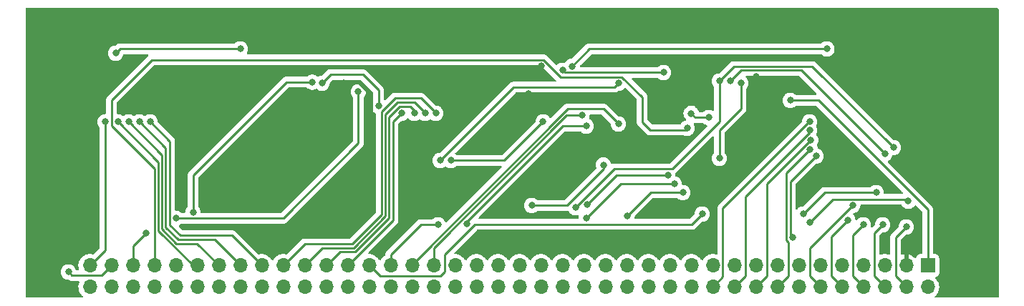
<source format=gbr>
%TF.GenerationSoftware,KiCad,Pcbnew,(6.0.0-0)*%
%TF.CreationDate,2022-09-15T22:17:49-04:00*%
%TF.ProjectId,CPU-Instruction-Decoder,4350552d-496e-4737-9472-756374696f6e,rev?*%
%TF.SameCoordinates,Original*%
%TF.FileFunction,Copper,L2,Bot*%
%TF.FilePolarity,Positive*%
%FSLAX46Y46*%
G04 Gerber Fmt 4.6, Leading zero omitted, Abs format (unit mm)*
G04 Created by KiCad (PCBNEW (6.0.0-0)) date 2022-09-15 22:17:49*
%MOMM*%
%LPD*%
G01*
G04 APERTURE LIST*
%TA.AperFunction,ComponentPad*%
%ADD10R,1.700000X1.700000*%
%TD*%
%TA.AperFunction,ComponentPad*%
%ADD11O,1.700000X1.700000*%
%TD*%
%TA.AperFunction,ViaPad*%
%ADD12C,0.800000*%
%TD*%
%TA.AperFunction,Conductor*%
%ADD13C,0.250000*%
%TD*%
G04 APERTURE END LIST*
D10*
%TO.P,J1,1,Pin_1*%
%TO.N,VCC*%
X334264000Y-230124000D03*
D11*
%TO.P,J1,2,Pin_2*%
%TO.N,~{A_IN}*%
X334264000Y-232664000D03*
%TO.P,J1,3,Pin_3*%
%TO.N,GND*%
X331724000Y-230124000D03*
%TO.P,J1,4,Pin_4*%
%TO.N,~{B_IN}*%
X331724000Y-232664000D03*
%TO.P,J1,5,Pin_5*%
%TO.N,unconnected-(J1-Pad5)*%
X329184000Y-230124000D03*
%TO.P,J1,6,Pin_6*%
%TO.N,~{SP_DEC}*%
X329184000Y-232664000D03*
%TO.P,J1,7,Pin_7*%
%TO.N,unconnected-(J1-Pad7)*%
X326644000Y-230124000D03*
%TO.P,J1,8,Pin_8*%
%TO.N,~{SP_INC}*%
X326644000Y-232664000D03*
%TO.P,J1,9,Pin_9*%
%TO.N,unconnected-(J1-Pad9)*%
X324104000Y-230124000D03*
%TO.P,J1,10,Pin_10*%
%TO.N,~{SP_LOAD}*%
X324104000Y-232664000D03*
%TO.P,J1,11,Pin_11*%
%TO.N,unconnected-(J1-Pad11)*%
X321564000Y-230124000D03*
%TO.P,J1,12,Pin_12*%
%TO.N,~{RESTORE_FLAGS}*%
X321564000Y-232664000D03*
%TO.P,J1,13,Pin_13*%
%TO.N,unconnected-(J1-Pad13)*%
X319024000Y-230124000D03*
%TO.P,J1,14,Pin_14*%
%TO.N,~{FLAGS_IN}*%
X319024000Y-232664000D03*
%TO.P,J1,15,Pin_15*%
%TO.N,unconnected-(J1-Pad15)*%
X316484000Y-230124000D03*
%TO.P,J1,16,Pin_16*%
%TO.N,~{WR2_12}*%
X316484000Y-232664000D03*
%TO.P,J1,17,Pin_17*%
%TO.N,unconnected-(J1-Pad17)*%
X313944000Y-230124000D03*
%TO.P,J1,18,Pin_18*%
%TO.N,~{WR2_13}*%
X313944000Y-232664000D03*
%TO.P,J1,19,Pin_19*%
%TO.N,unconnected-(J1-Pad19)*%
X311404000Y-230124000D03*
%TO.P,J1,20,Pin_20*%
%TO.N,~{WR2_14}*%
X311404000Y-232664000D03*
%TO.P,J1,21,Pin_21*%
%TO.N,unconnected-(J1-Pad21)*%
X308864000Y-230124000D03*
%TO.P,J1,22,Pin_22*%
%TO.N,~{WR2_15}*%
X308864000Y-232664000D03*
%TO.P,J1,23,Pin_23*%
%TO.N,unconnected-(J1-Pad23)*%
X306324000Y-230124000D03*
%TO.P,J1,24,Pin_24*%
%TO.N,~{PC_OUT}*%
X306324000Y-232664000D03*
%TO.P,J1,25,Pin_25*%
%TO.N,unconnected-(J1-Pad25)*%
X303784000Y-230124000D03*
%TO.P,J1,26,Pin_26*%
%TO.N,~{SP_OUT}*%
X303784000Y-232664000D03*
%TO.P,J1,27,Pin_27*%
%TO.N,unconnected-(J1-Pad27)*%
X301244000Y-230124000D03*
%TO.P,J1,28,Pin_28*%
%TO.N,~{FLAGS_OUT}*%
X301244000Y-232664000D03*
%TO.P,J1,29,Pin_29*%
%TO.N,unconnected-(J1-Pad29)*%
X298704000Y-230124000D03*
%TO.P,J1,30,Pin_30*%
%TO.N,~{INT_HNDLR_EN}*%
X298704000Y-232664000D03*
%TO.P,J1,31,Pin_31*%
%TO.N,unconnected-(J1-Pad31)*%
X296164000Y-230124000D03*
%TO.P,J1,32,Pin_32*%
%TO.N,~{INT_HNDLR_READ}*%
X296164000Y-232664000D03*
%TO.P,J1,33,Pin_33*%
%TO.N,unconnected-(J1-Pad33)*%
X293624000Y-230124000D03*
%TO.P,J1,34,Pin_34*%
%TO.N,~{INT_HNDLR_WRITE}*%
X293624000Y-232664000D03*
%TO.P,J1,35,Pin_35*%
%TO.N,unconnected-(J1-Pad35)*%
X291084000Y-230124000D03*
%TO.P,J1,36,Pin_36*%
%TO.N,INT_HNDLR_REG_SEL*%
X291084000Y-232664000D03*
%TO.P,J1,37,Pin_37*%
%TO.N,unconnected-(J1-Pad37)*%
X288544000Y-230124000D03*
%TO.P,J1,38,Pin_38*%
%TO.N,unconnected-(J1-Pad38)*%
X288544000Y-232664000D03*
%TO.P,J1,39,Pin_39*%
%TO.N,unconnected-(J1-Pad39)*%
X286004000Y-230124000D03*
%TO.P,J1,40,Pin_40*%
%TO.N,unconnected-(J1-Pad40)*%
X286004000Y-232664000D03*
%TO.P,J1,41,Pin_41*%
%TO.N,unconnected-(J1-Pad41)*%
X283464000Y-230124000D03*
%TO.P,J1,42,Pin_42*%
%TO.N,~{RD4_6}*%
X283464000Y-232664000D03*
%TO.P,J1,43,Pin_43*%
%TO.N,unconnected-(J1-Pad43)*%
X280924000Y-230124000D03*
%TO.P,J1,44,Pin_44*%
%TO.N,~{RD4_7}*%
X280924000Y-232664000D03*
%TO.P,J1,45,Pin_45*%
%TO.N,~{IO_READ}*%
X278384000Y-230124000D03*
%TO.P,J1,46,Pin_46*%
%TO.N,~{RD4_8}*%
X278384000Y-232664000D03*
%TO.P,J1,47,Pin_47*%
%TO.N,~{IO_WRITE}*%
X275844000Y-230124000D03*
%TO.P,J1,48,Pin_48*%
%TO.N,~{RD4_9}*%
X275844000Y-232664000D03*
%TO.P,J1,49,Pin_49*%
%TO.N,~{IO_REQUEST}*%
X273304000Y-230124000D03*
%TO.P,J1,50,Pin_50*%
%TO.N,~{RD4_10}*%
X273304000Y-232664000D03*
%TO.P,J1,51,Pin_51*%
%TO.N,~{IO_MEM_REQUEST}*%
X270764000Y-230124000D03*
%TO.P,J1,52,Pin_52*%
%TO.N,~{RD4_11}*%
X270764000Y-232664000D03*
%TO.P,J1,53,Pin_53*%
%TO.N,~{LD_IR}*%
X268224000Y-230124000D03*
%TO.P,J1,54,Pin_54*%
%TO.N,~{RD4_12}*%
X268224000Y-232664000D03*
%TO.P,J1,55,Pin_55*%
%TO.N,\u03BCRD0*%
X265684000Y-230124000D03*
%TO.P,J1,56,Pin_56*%
%TO.N,~{RD4_13}*%
X265684000Y-232664000D03*
%TO.P,J1,57,Pin_57*%
%TO.N,\u03BCRD1*%
X263144000Y-230124000D03*
%TO.P,J1,58,Pin_58*%
%TO.N,~{RD4_14}*%
X263144000Y-232664000D03*
%TO.P,J1,59,Pin_59*%
%TO.N,\u03BCRD2*%
X260604000Y-230124000D03*
%TO.P,J1,60,Pin_60*%
%TO.N,~{RD4_15}*%
X260604000Y-232664000D03*
%TO.P,J1,61,Pin_61*%
%TO.N,\u03BCRD3*%
X258064000Y-230124000D03*
%TO.P,J1,62,Pin_62*%
%TO.N,ALU_FUNC_0*%
X258064000Y-232664000D03*
%TO.P,J1,63,Pin_63*%
%TO.N,\u03BCWR0*%
X255524000Y-230124000D03*
%TO.P,J1,64,Pin_64*%
%TO.N,ALU_FUNC_1*%
X255524000Y-232664000D03*
%TO.P,J1,65,Pin_65*%
%TO.N,\u03BCWR1*%
X252984000Y-230124000D03*
%TO.P,J1,66,Pin_66*%
%TO.N,ALU_FUNC_2*%
X252984000Y-232664000D03*
%TO.P,J1,67,Pin_67*%
%TO.N,\u03BCWR2*%
X250444000Y-230124000D03*
%TO.P,J1,68,Pin_68*%
%TO.N,ALU_FUNC_3*%
X250444000Y-232664000D03*
%TO.P,J1,69,Pin_69*%
%TO.N,\u03BCWR3*%
X247904000Y-230124000D03*
%TO.P,J1,70,Pin_70*%
%TO.N,ALU_FUNC_4*%
X247904000Y-232664000D03*
%TO.P,J1,71,Pin_71*%
%TO.N,RD2*%
X245364000Y-230124000D03*
%TO.P,J1,72,Pin_72*%
%TO.N,ALU_FUNC_5*%
X245364000Y-232664000D03*
%TO.P,J1,73,Pin_73*%
%TO.N,RD3*%
X242824000Y-230124000D03*
%TO.P,J1,74,Pin_74*%
%TO.N,JCC_ADR0*%
X242824000Y-232664000D03*
%TO.P,J1,75,Pin_75*%
%TO.N,RD4*%
X240284000Y-230124000D03*
%TO.P,J1,76,Pin_76*%
%TO.N,JCC_ADR1*%
X240284000Y-232664000D03*
%TO.P,J1,77,Pin_77*%
%TO.N,WR2*%
X237744000Y-230124000D03*
%TO.P,J1,78,Pin_78*%
%TO.N,JCC_ADR2*%
X237744000Y-232664000D03*
%TO.P,J1,79,Pin_79*%
%TO.N,WR3*%
X235204000Y-230124000D03*
%TO.P,J1,80,Pin_80*%
%TO.N,JCC_ADR3*%
X235204000Y-232664000D03*
%TD*%
D12*
%TO.N,GND*%
X288544000Y-206502000D03*
%TO.N,VCC*%
X238252000Y-204978000D03*
X252984000Y-204470000D03*
%TO.N,GND*%
X332994000Y-226568000D03*
X335026000Y-221234000D03*
X313944000Y-207772000D03*
X302006000Y-217170000D03*
X302006000Y-212852000D03*
%TO.N,VCC*%
X291084000Y-207010000D03*
%TO.N,/~{INT_WRITE_PRIORITY}*%
X329184000Y-216916000D03*
X310896000Y-208280000D03*
%TO.N,INT_HNDLR_REG_SEL*%
X330200000Y-216154000D03*
%TO.N,~{FLAGS_IN}*%
X321056000Y-217170000D03*
X318262000Y-226822000D03*
%TO.N,~{INT_HNDLR_WRITE}*%
X312166000Y-208534000D03*
X309626000Y-217424000D03*
%TO.N,~{INT_HNDLR_EN}*%
X298704000Y-224282000D03*
X305308000Y-221488000D03*
%TO.N,INT_HNDLR_REG_SEL*%
X292608000Y-223266000D03*
X309626000Y-208280000D03*
%TO.N,~{INT_HNDLR_WRITE}*%
X304292000Y-220472000D03*
X293878000Y-224536000D03*
%TO.N,~{INT_HNDLR_READ}*%
X303530000Y-219456000D03*
X294009299Y-222889299D03*
%TO.N,~{IO_READ}*%
X287448519Y-223012000D03*
X295910000Y-218223500D03*
%TO.N,~{LD_IR}*%
X319532000Y-224028000D03*
X307594000Y-224028000D03*
X328168000Y-221488000D03*
%TO.N,~{RESTORE_FLAGS}*%
X325374000Y-223012000D03*
%TO.N,/~{IO_WR_IO}*%
X320294000Y-225044000D03*
X331973701Y-222508299D03*
%TO.N,~{IO_MEM_REQUEST}*%
X279776701Y-225166701D03*
X276352000Y-225298000D03*
X293878000Y-213614000D03*
%TO.N,~{IO_REQUEST}*%
X297688000Y-213360000D03*
%TO.N,~{IO_WRITE}*%
X293370000Y-212344000D03*
%TO.N,/~{IO_RD_MEM}*%
X277876000Y-217678000D03*
X288793701Y-213101701D03*
%TO.N,/~{IO_RD_IO}*%
X276606000Y-217678000D03*
X297688000Y-208534000D03*
%TO.N,RD3*%
X305816000Y-213868000D03*
%TO.N,WR2*%
X232664000Y-230886000D03*
%TO.N,RD4*%
X241812299Y-226309701D03*
X245364000Y-224536000D03*
X266949701Y-209554299D03*
%TO.N,RD2*%
X247396000Y-223811500D03*
X261493000Y-208407000D03*
%TO.N,\u03BCRD3*%
X276098000Y-212090000D03*
%TO.N,\u03BCRD2*%
X274828000Y-212090000D03*
%TO.N,\u03BCRD1*%
X273558000Y-212090000D03*
%TO.N,\u03BCRD0*%
X272038299Y-212094299D03*
%TO.N,VCC*%
X269327698Y-211231704D03*
%TO.N,/~{IO_WR_MEM}*%
X322336695Y-204472096D03*
X292182764Y-206539500D03*
%TO.N,WR3*%
X237019500Y-213101701D03*
%TO.N,\u03BCWR0*%
X242316000Y-213106000D03*
%TO.N,\u03BCWR1*%
X241046000Y-213106000D03*
%TO.N,\u03BCWR2*%
X239776000Y-213106000D03*
%TO.N,\u03BCWR3*%
X238506000Y-213106000D03*
%TO.N,~{WR2_12}*%
X320370006Y-216344815D03*
%TO.N,~{WR2_13}*%
X320425299Y-215269299D03*
%TO.N,~{WR2_14}*%
X320294000Y-214122000D03*
%TO.N,~{WR2_15}*%
X320294000Y-213106000D03*
%TO.N,~{RESTORE_FLAGS}*%
X308356000Y-212598000D03*
X306296725Y-212117275D03*
%TO.N,~{SP_LOAD}*%
X324803930Y-224722211D03*
%TO.N,~{SP_INC}*%
X326644000Y-225298000D03*
%TO.N,~{SP_DEC}*%
X328930000Y-225298000D03*
%TO.N,~{B_IN}*%
X331724000Y-225552000D03*
%TO.N,VCC*%
X318008000Y-210566000D03*
X303022000Y-207264000D03*
X262636000Y-208534000D03*
%TO.N,GND*%
X312166000Y-217424000D03*
X307594000Y-207264000D03*
X298958000Y-217424000D03*
X286258000Y-221488000D03*
X287020000Y-209804000D03*
X265425701Y-221737701D03*
X253746000Y-221742000D03*
X265176000Y-208534000D03*
X232410000Y-207518000D03*
X248666000Y-210312000D03*
X235810000Y-221780000D03*
X248412000Y-221740000D03*
%TD*%
D13*
%TO.N,/~{IO_RD_IO}*%
X297217499Y-209004501D02*
X297688000Y-208534000D01*
X285279499Y-209004501D02*
X297217499Y-209004501D01*
X276606000Y-217678000D02*
X285279499Y-209004501D01*
%TO.N,VCC*%
X303022000Y-207264000D02*
X291338000Y-207264000D01*
X291338000Y-207264000D02*
X291084000Y-207010000D01*
%TO.N,RD3*%
X300482000Y-210185704D02*
X300482000Y-213123212D01*
X301447597Y-214088809D02*
X305595191Y-214088809D01*
X290858899Y-207809499D02*
X298105795Y-207809499D01*
X305595191Y-214088809D02*
X305816000Y-213868000D01*
X288844099Y-205777499D02*
X289268501Y-206201901D01*
X237744000Y-210566000D02*
X242532501Y-205777499D01*
X237744000Y-213614000D02*
X237744000Y-210566000D01*
X242532501Y-205777499D02*
X288844099Y-205777499D01*
X298105795Y-207809499D02*
X300482000Y-210185704D01*
X242824000Y-218694000D02*
X237744000Y-213614000D01*
X289268501Y-206201901D02*
X289268501Y-206219101D01*
X242824000Y-230124000D02*
X242824000Y-218694000D01*
X300482000Y-213123212D02*
X301447597Y-214088809D01*
X289268501Y-206219101D02*
X290858899Y-207809499D01*
%TO.N,VCC*%
X252984000Y-204470000D02*
X238760000Y-204470000D01*
X238760000Y-204470000D02*
X238252000Y-204978000D01*
%TO.N,GND*%
X331724000Y-230124000D02*
X331724000Y-227838000D01*
X331724000Y-227838000D02*
X332994000Y-226568000D01*
%TO.N,VCC*%
X321310000Y-210566000D02*
X334264000Y-223520000D01*
X318008000Y-210566000D02*
X321310000Y-210566000D01*
X334264000Y-223520000D02*
X334264000Y-230124000D01*
%TO.N,GND*%
X312166000Y-217424000D02*
X312166000Y-213868000D01*
X312166000Y-213868000D02*
X312166000Y-213106000D01*
X312928000Y-212344000D02*
X313944000Y-211328000D01*
X312166000Y-213106000D02*
X312928000Y-212344000D01*
X313944000Y-211328000D02*
X313944000Y-207772000D01*
%TO.N,/~{IO_WR_IO}*%
X323050501Y-222287499D02*
X331752901Y-222287499D01*
X331752901Y-222287499D02*
X331973701Y-222508299D01*
X320294000Y-225044000D02*
X323050501Y-222287499D01*
%TO.N,GND*%
X307594000Y-207264000D02*
X302006000Y-212852000D01*
X302006000Y-217170000D02*
X301752000Y-217424000D01*
X301752000Y-217424000D02*
X298958000Y-217424000D01*
%TO.N,/~{IO_WR_MEM}*%
X322336695Y-204472096D02*
X294250168Y-204472096D01*
X294250168Y-204472096D02*
X292182764Y-206539500D01*
%TO.N,GND*%
X268478000Y-218685402D02*
X265425701Y-221737701D01*
X266954000Y-208534000D02*
X268478000Y-210058000D01*
%TO.N,RD4*%
X258064000Y-224536000D02*
X266949701Y-215650299D01*
X266949701Y-215650299D02*
X266949701Y-209554299D01*
%TO.N,GND*%
X265176000Y-208534000D02*
X266954000Y-208534000D01*
%TO.N,RD4*%
X245364000Y-224536000D02*
X258064000Y-224536000D01*
%TO.N,GND*%
X268478000Y-210058000D02*
X268478000Y-218685402D01*
%TO.N,VCC*%
X269327698Y-211231704D02*
X269327698Y-209383698D01*
X269327698Y-209383698D02*
X267462000Y-207518000D01*
X267462000Y-207518000D02*
X263652000Y-207518000D01*
X263652000Y-207518000D02*
X262636000Y-208534000D01*
%TO.N,RD2*%
X261493000Y-208407000D02*
X258445000Y-208407000D01*
X247396000Y-219456000D02*
X247396000Y-223811500D01*
X258445000Y-208407000D02*
X247396000Y-219456000D01*
%TO.N,WR2*%
X233076511Y-231298511D02*
X232664000Y-230886000D01*
%TO.N,WR3*%
X237019500Y-228308500D02*
X237019500Y-213101701D01*
%TO.N,WR2*%
X236569489Y-231298511D02*
X233076511Y-231298511D01*
%TO.N,WR3*%
X235204000Y-230124000D02*
X237019500Y-228308500D01*
%TO.N,WR2*%
X237744000Y-230124000D02*
X236569489Y-231298511D01*
%TO.N,INT_HNDLR_REG_SEL*%
X311345511Y-206560489D02*
X309626000Y-208280000D01*
X320606489Y-206560489D02*
X311345511Y-206560489D01*
%TO.N,/~{INT_WRITE_PRIORITY}*%
X312166000Y-207010000D02*
X310896000Y-208280000D01*
X329184000Y-216916000D02*
X319278000Y-207010000D01*
X318516000Y-207010000D02*
X312166000Y-207010000D01*
%TO.N,INT_HNDLR_REG_SEL*%
X330200000Y-216154000D02*
X320606489Y-206560489D01*
%TO.N,/~{INT_WRITE_PRIORITY}*%
X319278000Y-207010000D02*
X318516000Y-207010000D01*
%TO.N,~{WR2_13}*%
X313944000Y-232664000D02*
X315214000Y-231394000D01*
X315214000Y-231394000D02*
X315214000Y-220476223D01*
X315214000Y-220476223D02*
X320420924Y-215269299D01*
X320420924Y-215269299D02*
X320425299Y-215269299D01*
%TO.N,~{WR2_15}*%
X308864000Y-232664000D02*
X310038511Y-231489489D01*
X310038511Y-231489489D02*
X310038511Y-223352889D01*
X310038511Y-223352889D02*
X320285400Y-213106000D01*
X320285400Y-213106000D02*
X320294000Y-213106000D01*
%TO.N,~{WR2_14}*%
X312674000Y-231394000D02*
X312674000Y-221996000D01*
X311404000Y-232664000D02*
X312674000Y-231394000D01*
X312674000Y-221996000D02*
X320294000Y-214376000D01*
X320294000Y-214376000D02*
X320294000Y-214122000D01*
%TO.N,~{WR2_12}*%
X317812490Y-231335510D02*
X317812490Y-227397090D01*
X317537499Y-219177322D02*
X320370006Y-216344815D01*
X316484000Y-232664000D02*
X317812490Y-231335510D01*
X317812490Y-227397090D02*
X317537499Y-227122099D01*
X317537499Y-227122099D02*
X317537499Y-219177322D01*
%TO.N,~{FLAGS_IN}*%
X318008000Y-220218000D02*
X318008000Y-226568000D01*
X321056000Y-217170000D02*
X318008000Y-220218000D01*
X318008000Y-226568000D02*
X318262000Y-226822000D01*
%TO.N,~{INT_HNDLR_WRITE}*%
X312166000Y-208534000D02*
X312166000Y-211582000D01*
X312166000Y-211582000D02*
X309626000Y-214122000D01*
X309626000Y-214122000D02*
X309626000Y-217424000D01*
%TO.N,~{INT_HNDLR_EN}*%
X301498000Y-221488000D02*
X298704000Y-224282000D01*
X305308000Y-221488000D02*
X301498000Y-221488000D01*
%TO.N,~{INT_HNDLR_READ}*%
X297434000Y-219456000D02*
X294009299Y-222880701D01*
X303530000Y-219456000D02*
X297434000Y-219456000D01*
%TO.N,INT_HNDLR_REG_SEL*%
X292608000Y-223266000D02*
X297180000Y-218694000D01*
X297180000Y-218694000D02*
X297942000Y-218694000D01*
X309626000Y-212090000D02*
X309626000Y-208280000D01*
X309626000Y-213106000D02*
X309626000Y-212090000D01*
X304038000Y-218694000D02*
X307594000Y-215138000D01*
%TO.N,~{INT_HNDLR_READ}*%
X294009299Y-222880701D02*
X294009299Y-222889299D01*
%TO.N,INT_HNDLR_REG_SEL*%
X297942000Y-218694000D02*
X304038000Y-218694000D01*
X307594000Y-215138000D02*
X309626000Y-213106000D01*
%TO.N,~{LD_IR}*%
X277114000Y-228854000D02*
X277114000Y-230886000D01*
X306361499Y-225260501D02*
X280707499Y-225260501D01*
%TO.N,~{INT_HNDLR_WRITE}*%
X304292000Y-220472000D02*
X297942000Y-220472000D01*
%TO.N,~{LD_IR}*%
X269494000Y-231394000D02*
X268224000Y-230124000D01*
X280707499Y-225260501D02*
X277114000Y-228854000D01*
X277114000Y-230886000D02*
X276606000Y-231394000D01*
X307594000Y-224028000D02*
X306361499Y-225260501D01*
%TO.N,~{INT_HNDLR_WRITE}*%
X297942000Y-220472000D02*
X293878000Y-224536000D01*
%TO.N,~{LD_IR}*%
X276606000Y-231394000D02*
X269494000Y-231394000D01*
%TO.N,~{IO_READ}*%
X291592000Y-223012000D02*
X295910000Y-218694000D01*
X287448519Y-223012000D02*
X291592000Y-223012000D01*
X295910000Y-218694000D02*
X295910000Y-218223500D01*
%TO.N,~{IO_REQUEST}*%
X291701098Y-211582000D02*
X273304000Y-229979098D01*
X297688000Y-213360000D02*
X295910000Y-211582000D01*
%TO.N,~{IO_WRITE}*%
X293370000Y-212344000D02*
X291574802Y-212344000D01*
X275844000Y-228074802D02*
X275844000Y-230124000D01*
%TO.N,~{IO_MEM_REQUEST}*%
X279776701Y-224921299D02*
X279776701Y-225166701D01*
%TO.N,~{IO_WRITE}*%
X291574802Y-212344000D02*
X275844000Y-228074802D01*
%TO.N,~{IO_MEM_REQUEST}*%
X293878000Y-213614000D02*
X291084000Y-213614000D01*
%TO.N,~{LD_IR}*%
X328168000Y-221488000D02*
X322072000Y-221488000D01*
X322072000Y-221488000D02*
X319532000Y-224028000D01*
%TO.N,~{IO_REQUEST}*%
X295910000Y-211582000D02*
X291701098Y-211582000D01*
%TO.N,~{IO_MEM_REQUEST}*%
X291084000Y-213614000D02*
X279776701Y-224921299D01*
%TO.N,~{IO_REQUEST}*%
X273304000Y-229979098D02*
X273304000Y-230124000D01*
%TO.N,~{B_IN}*%
X331724000Y-225552000D02*
X330454000Y-226822000D01*
X330454000Y-226822000D02*
X330454000Y-231394000D01*
X330454000Y-231394000D02*
X331724000Y-232664000D01*
%TO.N,~{SP_DEC}*%
X328930000Y-225298000D02*
X327914000Y-226314000D01*
X327914000Y-226314000D02*
X327914000Y-231394000D01*
X327914000Y-231394000D02*
X329184000Y-232664000D01*
%TO.N,~{SP_INC}*%
X326644000Y-225298000D02*
X325374000Y-226568000D01*
X325374000Y-226568000D02*
X325374000Y-231394000D01*
X325374000Y-231394000D02*
X326644000Y-232664000D01*
%TO.N,~{SP_LOAD}*%
X324104000Y-232664000D02*
X322834000Y-231394000D01*
X322834000Y-231394000D02*
X322834000Y-226692141D01*
X322834000Y-226692141D02*
X324803930Y-224722211D01*
%TO.N,~{RESTORE_FLAGS}*%
X325374000Y-223012000D02*
X320294000Y-228092000D01*
X320294000Y-231394000D02*
X321564000Y-232664000D01*
X320294000Y-228092000D02*
X320294000Y-231394000D01*
%TO.N,~{IO_MEM_REQUEST}*%
X276352000Y-225298000D02*
X274320000Y-225298000D01*
X274320000Y-225298000D02*
X270764000Y-228854000D01*
X270764000Y-228854000D02*
X270764000Y-230124000D01*
%TO.N,/~{IO_RD_MEM}*%
X284217402Y-217678000D02*
X288793701Y-213101701D01*
X277876000Y-217678000D02*
X284217402Y-217678000D01*
%TO.N,\u03BCWR1*%
X245628008Y-227076000D02*
X249936000Y-227076000D01*
%TO.N,\u03BCWR2*%
X243723022Y-217053022D02*
X243723022Y-225806718D01*
%TO.N,\u03BCWR3*%
X243273511Y-217873511D02*
X238506000Y-213106000D01*
X247404600Y-230124000D02*
X243273511Y-225992911D01*
%TO.N,\u03BCWR0*%
X242316000Y-213106000D02*
X244622043Y-215412043D01*
%TO.N,\u03BCWR2*%
X243723022Y-225806718D02*
X245441815Y-227525511D01*
%TO.N,\u03BCWR0*%
X244622043Y-215412043D02*
X244622043Y-225318043D01*
%TO.N,\u03BCWR3*%
X247904000Y-230124000D02*
X247404600Y-230124000D01*
%TO.N,\u03BCWR0*%
X244622043Y-225318043D02*
X245872000Y-226568000D01*
%TO.N,\u03BCWR1*%
X241046000Y-213106000D02*
X244172533Y-216232533D01*
%TO.N,\u03BCWR0*%
X245872000Y-226568000D02*
X251968000Y-226568000D01*
%TO.N,\u03BCWR3*%
X243273511Y-225992911D02*
X243273511Y-217873511D01*
%TO.N,\u03BCWR1*%
X244172533Y-216232533D02*
X244172533Y-225620525D01*
%TO.N,\u03BCWR2*%
X247845511Y-227525511D02*
X250444000Y-230124000D01*
X239776000Y-213106000D02*
X243723022Y-217053022D01*
X245441815Y-227525511D02*
X247845511Y-227525511D01*
%TO.N,\u03BCWR0*%
X251968000Y-226568000D02*
X255524000Y-230124000D01*
%TO.N,\u03BCWR1*%
X249936000Y-227076000D02*
X252984000Y-230124000D01*
X244172533Y-225620525D02*
X245628008Y-227076000D01*
%TO.N,RD4*%
X240284000Y-227838000D02*
X241812299Y-226309701D01*
X240284000Y-230124000D02*
X240284000Y-227838000D01*
%TO.N,~{RESTORE_FLAGS}*%
X306777450Y-212598000D02*
X306296725Y-212117275D01*
X308356000Y-212598000D02*
X306777450Y-212598000D01*
%TO.N,\u03BCRD3*%
X274320000Y-210312000D02*
X271272000Y-210312000D01*
X260604000Y-227584000D02*
X258064000Y-230124000D01*
X276098000Y-212090000D02*
X274320000Y-210312000D01*
X271272000Y-210312000D02*
X269669467Y-211914533D01*
X266192000Y-227584000D02*
X260604000Y-227584000D01*
X269669467Y-224106533D02*
X266192000Y-227584000D01*
%TO.N,\u03BCRD2*%
X273558000Y-210820000D02*
X274828000Y-212090000D01*
X270118978Y-224292726D02*
X270118978Y-212227022D01*
X270118978Y-212227022D02*
X271526000Y-210820000D01*
%TO.N,\u03BCRD3*%
X269669467Y-211914533D02*
X269669467Y-224106533D01*
%TO.N,\u03BCRD1*%
X273050000Y-211328000D02*
X271780000Y-211328000D01*
%TO.N,\u03BCRD0*%
X265684000Y-230124000D02*
X271018000Y-224790000D01*
%TO.N,\u03BCRD1*%
X271780000Y-211328000D02*
X270568489Y-212539511D01*
%TO.N,\u03BCRD2*%
X266378194Y-228033510D02*
X270118978Y-224292726D01*
X262694490Y-228033510D02*
X266378194Y-228033510D01*
X260604000Y-230124000D02*
X262694490Y-228033510D01*
%TO.N,\u03BCRD1*%
X264784979Y-228483021D02*
X263144000Y-230124000D01*
X266564387Y-228483021D02*
X264784979Y-228483021D01*
X270568489Y-224478919D02*
X266564387Y-228483021D01*
X270568489Y-212539511D02*
X270568489Y-224478919D01*
X273558000Y-211836000D02*
X273050000Y-211328000D01*
X273558000Y-212090000D02*
X273558000Y-211836000D01*
%TO.N,\u03BCRD2*%
X271526000Y-210820000D02*
X273558000Y-210820000D01*
%TO.N,\u03BCRD0*%
X271018000Y-224790000D02*
X271018000Y-213114598D01*
X271018000Y-213114598D02*
X272038299Y-212094299D01*
%TD*%
%TA.AperFunction,Conductor*%
%TO.N,GND*%
G36*
X342588121Y-199664002D02*
G01*
X342634614Y-199717658D01*
X342646000Y-199770000D01*
X342646000Y-233808000D01*
X342625998Y-233876121D01*
X342572342Y-233922614D01*
X342520000Y-233934000D01*
X335216680Y-233934000D01*
X335148559Y-233913998D01*
X335102066Y-233860342D01*
X335091962Y-233790068D01*
X335121456Y-233725488D01*
X335136189Y-233712089D01*
X335135702Y-233711513D01*
X335139657Y-233708171D01*
X335143860Y-233705173D01*
X335302096Y-233547489D01*
X335361594Y-233464689D01*
X335429435Y-233370277D01*
X335432453Y-233366077D01*
X335453320Y-233323857D01*
X335529136Y-233170453D01*
X335529137Y-233170451D01*
X335531430Y-233165811D01*
X335596370Y-232952069D01*
X335625529Y-232730590D01*
X335627156Y-232664000D01*
X335608852Y-232441361D01*
X335554431Y-232224702D01*
X335465354Y-232019840D01*
X335409538Y-231933562D01*
X335346822Y-231836617D01*
X335346820Y-231836614D01*
X335344014Y-231832277D01*
X335340532Y-231828450D01*
X335196798Y-231670488D01*
X335165746Y-231606642D01*
X335174141Y-231536143D01*
X335219317Y-231481375D01*
X335245761Y-231467706D01*
X335352297Y-231427767D01*
X335360705Y-231424615D01*
X335477261Y-231337261D01*
X335564615Y-231220705D01*
X335615745Y-231084316D01*
X335622500Y-231022134D01*
X335622500Y-229225866D01*
X335615745Y-229163684D01*
X335564615Y-229027295D01*
X335477261Y-228910739D01*
X335360705Y-228823385D01*
X335224316Y-228772255D01*
X335162134Y-228765500D01*
X335023500Y-228765500D01*
X334955379Y-228745498D01*
X334908886Y-228691842D01*
X334897500Y-228639500D01*
X334897500Y-223598763D01*
X334898027Y-223587579D01*
X334899701Y-223580091D01*
X334897562Y-223512032D01*
X334897500Y-223508075D01*
X334897500Y-223480144D01*
X334896994Y-223476138D01*
X334896061Y-223464292D01*
X334894922Y-223428037D01*
X334894673Y-223420110D01*
X334889022Y-223400658D01*
X334885014Y-223381306D01*
X334883468Y-223369068D01*
X334883467Y-223369066D01*
X334882474Y-223361203D01*
X334866194Y-223320086D01*
X334862359Y-223308885D01*
X334850018Y-223266406D01*
X334845985Y-223259587D01*
X334845983Y-223259582D01*
X334839707Y-223248971D01*
X334831010Y-223231221D01*
X334823552Y-223212383D01*
X334797571Y-223176623D01*
X334791053Y-223166701D01*
X334772578Y-223135460D01*
X334772574Y-223135455D01*
X334768542Y-223128637D01*
X334754218Y-223114313D01*
X334741376Y-223099278D01*
X334729472Y-223082893D01*
X334695406Y-223054711D01*
X334686627Y-223046722D01*
X329567146Y-217927241D01*
X329533120Y-217864929D01*
X329538185Y-217794114D01*
X329580732Y-217737278D01*
X329604993Y-217723039D01*
X329634719Y-217709804D01*
X329640752Y-217707118D01*
X329671794Y-217684565D01*
X329696157Y-217666864D01*
X329795253Y-217594866D01*
X329836060Y-217549545D01*
X329918621Y-217457852D01*
X329918622Y-217457851D01*
X329923040Y-217452944D01*
X330018527Y-217287556D01*
X330063364Y-217149563D01*
X330103438Y-217090958D01*
X330168835Y-217063321D01*
X330183197Y-217062500D01*
X330295487Y-217062500D01*
X330301939Y-217061128D01*
X330301944Y-217061128D01*
X330393714Y-217041621D01*
X330482288Y-217022794D01*
X330514483Y-217008460D01*
X330650722Y-216947803D01*
X330650724Y-216947802D01*
X330656752Y-216945118D01*
X330811253Y-216832866D01*
X330939040Y-216690944D01*
X331034527Y-216525556D01*
X331093542Y-216343928D01*
X331108551Y-216201130D01*
X331112814Y-216160565D01*
X331113504Y-216154000D01*
X331104354Y-216066943D01*
X331094232Y-215970635D01*
X331094232Y-215970633D01*
X331093542Y-215964072D01*
X331034527Y-215782444D01*
X330939040Y-215617056D01*
X330811253Y-215475134D01*
X330656752Y-215362882D01*
X330650724Y-215360198D01*
X330650722Y-215360197D01*
X330488319Y-215287891D01*
X330488318Y-215287891D01*
X330482288Y-215285206D01*
X330376566Y-215262734D01*
X330301944Y-215246872D01*
X330301939Y-215246872D01*
X330295487Y-215245500D01*
X330239595Y-215245500D01*
X330171474Y-215225498D01*
X330150500Y-215208595D01*
X321110141Y-206168236D01*
X321102601Y-206159950D01*
X321098489Y-206153471D01*
X321048837Y-206106845D01*
X321045996Y-206104091D01*
X321026259Y-206084354D01*
X321023062Y-206081874D01*
X321014040Y-206074169D01*
X321000611Y-206061558D01*
X320981810Y-206043903D01*
X320974864Y-206040084D01*
X320974861Y-206040082D01*
X320964055Y-206034141D01*
X320947536Y-206023290D01*
X320947072Y-206022930D01*
X320931530Y-206010875D01*
X320924261Y-206007730D01*
X320924257Y-206007727D01*
X320890952Y-205993315D01*
X320880302Y-205988098D01*
X320841549Y-205966794D01*
X320821926Y-205961756D01*
X320803223Y-205955352D01*
X320791909Y-205950456D01*
X320791908Y-205950456D01*
X320784634Y-205947308D01*
X320776811Y-205946069D01*
X320776801Y-205946066D01*
X320740965Y-205940390D01*
X320729345Y-205937984D01*
X320694200Y-205928961D01*
X320694199Y-205928961D01*
X320686519Y-205926989D01*
X320666265Y-205926989D01*
X320646554Y-205925438D01*
X320634375Y-205923509D01*
X320626546Y-205922269D01*
X320597275Y-205925036D01*
X320582528Y-205926430D01*
X320570670Y-205926989D01*
X311424279Y-205926989D01*
X311413096Y-205926462D01*
X311405603Y-205924787D01*
X311397677Y-205925036D01*
X311397676Y-205925036D01*
X311337513Y-205926927D01*
X311333555Y-205926989D01*
X311305655Y-205926989D01*
X311301665Y-205927493D01*
X311289831Y-205928425D01*
X311245622Y-205929815D01*
X311238008Y-205932027D01*
X311238003Y-205932028D01*
X311226170Y-205935466D01*
X311206807Y-205939477D01*
X311186714Y-205942015D01*
X311179347Y-205944932D01*
X311179342Y-205944933D01*
X311145603Y-205958291D01*
X311134376Y-205962135D01*
X311091918Y-205974471D01*
X311085092Y-205978508D01*
X311074483Y-205984782D01*
X311056735Y-205993477D01*
X311037894Y-206000937D01*
X311031478Y-206005599D01*
X311031477Y-206005599D01*
X311002124Y-206026925D01*
X310992204Y-206033441D01*
X310960976Y-206051909D01*
X310960973Y-206051911D01*
X310954149Y-206055947D01*
X310939828Y-206070268D01*
X310924795Y-206083108D01*
X310908404Y-206095017D01*
X310886348Y-206121678D01*
X310880213Y-206129094D01*
X310872223Y-206137873D01*
X309675500Y-207334595D01*
X309613188Y-207368621D01*
X309586405Y-207371500D01*
X309530513Y-207371500D01*
X309524061Y-207372872D01*
X309524056Y-207372872D01*
X309437113Y-207391353D01*
X309343712Y-207411206D01*
X309337682Y-207413891D01*
X309337681Y-207413891D01*
X309175278Y-207486197D01*
X309175276Y-207486198D01*
X309169248Y-207488882D01*
X309163907Y-207492762D01*
X309163906Y-207492763D01*
X309113843Y-207529136D01*
X309014747Y-207601134D01*
X309010326Y-207606044D01*
X309010325Y-207606045D01*
X308891999Y-207737460D01*
X308886960Y-207743056D01*
X308867895Y-207776077D01*
X308797792Y-207897500D01*
X308791473Y-207908444D01*
X308732458Y-208090072D01*
X308731768Y-208096633D01*
X308731768Y-208096635D01*
X308722123Y-208188404D01*
X308712496Y-208280000D01*
X308713186Y-208286565D01*
X308730323Y-208449611D01*
X308732458Y-208469928D01*
X308791473Y-208651556D01*
X308794776Y-208657278D01*
X308794777Y-208657279D01*
X308812624Y-208688190D01*
X308886960Y-208816944D01*
X308960137Y-208898215D01*
X308990853Y-208962221D01*
X308992500Y-208982524D01*
X308992500Y-211693218D01*
X308972498Y-211761339D01*
X308918842Y-211807832D01*
X308848568Y-211817936D01*
X308813270Y-211805718D01*
X308812752Y-211806882D01*
X308644319Y-211731891D01*
X308644318Y-211731891D01*
X308638288Y-211729206D01*
X308523750Y-211704860D01*
X308457944Y-211690872D01*
X308457939Y-211690872D01*
X308451487Y-211689500D01*
X308260513Y-211689500D01*
X308254061Y-211690872D01*
X308254056Y-211690872D01*
X308188250Y-211704860D01*
X308073712Y-211729206D01*
X308067682Y-211731891D01*
X308067681Y-211731891D01*
X307905278Y-211804197D01*
X307905276Y-211804198D01*
X307899248Y-211806882D01*
X307893907Y-211810762D01*
X307893906Y-211810763D01*
X307824738Y-211861017D01*
X307744747Y-211919134D01*
X307740332Y-211924037D01*
X307735420Y-211928460D01*
X307734295Y-211927211D01*
X307680986Y-211960051D01*
X307647800Y-211964500D01*
X307293883Y-211964500D01*
X307225762Y-211944498D01*
X307179269Y-211890842D01*
X307174050Y-211877437D01*
X307133293Y-211752001D01*
X307131252Y-211745719D01*
X307123269Y-211731891D01*
X307049003Y-211603260D01*
X307035765Y-211580331D01*
X307005024Y-211546189D01*
X306912400Y-211443320D01*
X306912399Y-211443319D01*
X306907978Y-211438409D01*
X306790749Y-211353237D01*
X306758819Y-211330038D01*
X306758818Y-211330037D01*
X306753477Y-211326157D01*
X306747449Y-211323473D01*
X306747447Y-211323472D01*
X306585044Y-211251166D01*
X306585043Y-211251166D01*
X306579013Y-211248481D01*
X306485613Y-211228628D01*
X306398669Y-211210147D01*
X306398664Y-211210147D01*
X306392212Y-211208775D01*
X306201238Y-211208775D01*
X306194786Y-211210147D01*
X306194781Y-211210147D01*
X306107837Y-211228628D01*
X306014437Y-211248481D01*
X306008407Y-211251166D01*
X306008406Y-211251166D01*
X305846003Y-211323472D01*
X305846001Y-211323473D01*
X305839973Y-211326157D01*
X305834632Y-211330037D01*
X305834631Y-211330038D01*
X305802701Y-211353237D01*
X305685472Y-211438409D01*
X305681051Y-211443319D01*
X305681050Y-211443320D01*
X305588427Y-211546189D01*
X305557685Y-211580331D01*
X305544447Y-211603260D01*
X305470182Y-211731891D01*
X305462198Y-211745719D01*
X305403183Y-211927347D01*
X305402493Y-211933908D01*
X305402493Y-211933910D01*
X305388032Y-212071500D01*
X305383221Y-212117275D01*
X305383911Y-212123840D01*
X305399627Y-212273365D01*
X305403183Y-212307203D01*
X305462198Y-212488831D01*
X305557685Y-212654219D01*
X305664785Y-212773165D01*
X305668532Y-212777327D01*
X305699249Y-212841334D01*
X305690485Y-212911788D01*
X305645022Y-212966319D01*
X305601093Y-212984884D01*
X305584343Y-212988444D01*
X305540170Y-212997833D01*
X305540167Y-212997834D01*
X305533712Y-212999206D01*
X305527682Y-213001891D01*
X305527681Y-213001891D01*
X305365278Y-213074197D01*
X305365276Y-213074198D01*
X305359248Y-213076882D01*
X305353907Y-213080762D01*
X305353906Y-213080763D01*
X305325088Y-213101701D01*
X305204747Y-213189134D01*
X305200326Y-213194044D01*
X305200325Y-213194045D01*
X305097016Y-213308782D01*
X305076960Y-213331056D01*
X305041595Y-213392310D01*
X304990212Y-213441303D01*
X304932476Y-213455309D01*
X301762192Y-213455309D01*
X301694071Y-213435307D01*
X301673097Y-213418404D01*
X301152405Y-212897712D01*
X301118379Y-212835400D01*
X301115500Y-212808617D01*
X301115500Y-210264467D01*
X301116027Y-210253283D01*
X301117701Y-210245795D01*
X301117410Y-210236520D01*
X301115562Y-210177737D01*
X301115500Y-210173779D01*
X301115500Y-210145848D01*
X301114994Y-210141842D01*
X301114061Y-210129996D01*
X301112922Y-210093741D01*
X301112673Y-210085814D01*
X301107022Y-210066362D01*
X301103014Y-210047010D01*
X301101467Y-210034767D01*
X301100474Y-210026907D01*
X301097556Y-210019536D01*
X301084200Y-209985801D01*
X301080355Y-209974574D01*
X301079721Y-209972391D01*
X301068018Y-209932111D01*
X301063984Y-209925289D01*
X301063981Y-209925283D01*
X301057706Y-209914672D01*
X301049010Y-209896922D01*
X301044472Y-209885460D01*
X301044469Y-209885455D01*
X301041552Y-209878087D01*
X301028901Y-209860674D01*
X301015573Y-209842329D01*
X301009057Y-209832411D01*
X300990575Y-209801161D01*
X300986542Y-209794341D01*
X300972218Y-209780017D01*
X300959376Y-209764982D01*
X300953657Y-209757110D01*
X300947472Y-209748597D01*
X300913406Y-209720415D01*
X300904627Y-209712426D01*
X299304796Y-208112595D01*
X299270770Y-208050283D01*
X299275835Y-207979468D01*
X299318382Y-207922632D01*
X299384902Y-207897821D01*
X299393891Y-207897500D01*
X302313800Y-207897500D01*
X302381921Y-207917502D01*
X302401147Y-207933843D01*
X302401420Y-207933540D01*
X302406332Y-207937963D01*
X302410747Y-207942866D01*
X302417310Y-207947634D01*
X302478578Y-207992148D01*
X302565248Y-208055118D01*
X302571276Y-208057802D01*
X302571278Y-208057803D01*
X302643756Y-208090072D01*
X302739712Y-208132794D01*
X302827716Y-208151500D01*
X302920056Y-208171128D01*
X302920061Y-208171128D01*
X302926513Y-208172500D01*
X303117487Y-208172500D01*
X303123939Y-208171128D01*
X303123944Y-208171128D01*
X303216284Y-208151500D01*
X303304288Y-208132794D01*
X303400244Y-208090072D01*
X303472722Y-208057803D01*
X303472724Y-208057802D01*
X303478752Y-208055118D01*
X303633253Y-207942866D01*
X303645180Y-207929620D01*
X303756621Y-207805852D01*
X303756622Y-207805851D01*
X303761040Y-207800944D01*
X303856527Y-207635556D01*
X303915542Y-207453928D01*
X303920177Y-207409834D01*
X303934814Y-207270565D01*
X303935504Y-207264000D01*
X303920317Y-207119502D01*
X303916232Y-207080635D01*
X303916232Y-207080633D01*
X303915542Y-207074072D01*
X303856527Y-206892444D01*
X303852228Y-206884997D01*
X303764341Y-206732774D01*
X303761040Y-206727056D01*
X303675270Y-206631798D01*
X303637675Y-206590045D01*
X303637674Y-206590044D01*
X303633253Y-206585134D01*
X303478752Y-206472882D01*
X303472724Y-206470198D01*
X303472722Y-206470197D01*
X303310319Y-206397891D01*
X303310318Y-206397891D01*
X303304288Y-206395206D01*
X303193443Y-206371645D01*
X303123944Y-206356872D01*
X303123939Y-206356872D01*
X303117487Y-206355500D01*
X302926513Y-206355500D01*
X302920061Y-206356872D01*
X302920056Y-206356872D01*
X302850557Y-206371645D01*
X302739712Y-206395206D01*
X302733682Y-206397891D01*
X302733681Y-206397891D01*
X302571278Y-206470197D01*
X302571276Y-206470198D01*
X302565248Y-206472882D01*
X302559907Y-206476762D01*
X302559906Y-206476763D01*
X302449687Y-206556842D01*
X302410747Y-206585134D01*
X302406332Y-206590037D01*
X302401420Y-206594460D01*
X302400295Y-206593211D01*
X302346986Y-206626051D01*
X302313800Y-206630500D01*
X293291858Y-206630500D01*
X293223737Y-206610498D01*
X293177244Y-206556842D01*
X293167140Y-206486568D01*
X293196634Y-206421988D01*
X293202763Y-206415405D01*
X293807630Y-205810539D01*
X294475668Y-205142501D01*
X294537980Y-205108475D01*
X294564763Y-205105596D01*
X321628495Y-205105596D01*
X321696616Y-205125598D01*
X321715842Y-205141939D01*
X321716115Y-205141636D01*
X321721027Y-205146059D01*
X321725442Y-205150962D01*
X321730992Y-205154994D01*
X321848405Y-205240300D01*
X321879943Y-205263214D01*
X321885971Y-205265898D01*
X321885973Y-205265899D01*
X322048376Y-205338205D01*
X322054407Y-205340890D01*
X322120239Y-205354883D01*
X322234751Y-205379224D01*
X322234756Y-205379224D01*
X322241208Y-205380596D01*
X322432182Y-205380596D01*
X322438634Y-205379224D01*
X322438639Y-205379224D01*
X322553151Y-205354883D01*
X322618983Y-205340890D01*
X322625014Y-205338205D01*
X322787417Y-205265899D01*
X322787419Y-205265898D01*
X322793447Y-205263214D01*
X322947948Y-205150962D01*
X322957796Y-205140025D01*
X323071316Y-205013948D01*
X323071317Y-205013947D01*
X323075735Y-205009040D01*
X323171222Y-204843652D01*
X323230237Y-204662024D01*
X323250199Y-204472096D01*
X323246421Y-204436148D01*
X323230927Y-204288731D01*
X323230927Y-204288729D01*
X323230237Y-204282168D01*
X323171222Y-204100540D01*
X323075735Y-203935152D01*
X323059577Y-203917206D01*
X322952370Y-203798141D01*
X322952369Y-203798140D01*
X322947948Y-203793230D01*
X322793447Y-203680978D01*
X322787419Y-203678294D01*
X322787417Y-203678293D01*
X322625014Y-203605987D01*
X322625013Y-203605987D01*
X322618983Y-203603302D01*
X322525583Y-203583449D01*
X322438639Y-203564968D01*
X322438634Y-203564968D01*
X322432182Y-203563596D01*
X322241208Y-203563596D01*
X322234756Y-203564968D01*
X322234751Y-203564968D01*
X322147807Y-203583449D01*
X322054407Y-203603302D01*
X322048377Y-203605987D01*
X322048376Y-203605987D01*
X321885973Y-203678293D01*
X321885971Y-203678294D01*
X321879943Y-203680978D01*
X321725442Y-203793230D01*
X321721027Y-203798133D01*
X321716115Y-203802556D01*
X321714990Y-203801307D01*
X321661681Y-203834147D01*
X321628495Y-203838596D01*
X294328936Y-203838596D01*
X294317753Y-203838069D01*
X294310260Y-203836394D01*
X294302334Y-203836643D01*
X294302333Y-203836643D01*
X294242170Y-203838534D01*
X294238212Y-203838596D01*
X294210312Y-203838596D01*
X294206322Y-203839100D01*
X294194488Y-203840032D01*
X294150279Y-203841422D01*
X294142665Y-203843634D01*
X294142660Y-203843635D01*
X294130827Y-203847073D01*
X294111464Y-203851084D01*
X294091371Y-203853622D01*
X294084004Y-203856539D01*
X294083999Y-203856540D01*
X294050260Y-203869898D01*
X294039033Y-203873742D01*
X293996575Y-203886078D01*
X293989749Y-203890115D01*
X293979140Y-203896389D01*
X293961392Y-203905084D01*
X293942551Y-203912544D01*
X293936135Y-203917206D01*
X293936134Y-203917206D01*
X293906781Y-203938532D01*
X293896861Y-203945048D01*
X293865633Y-203963516D01*
X293865630Y-203963518D01*
X293858806Y-203967554D01*
X293844485Y-203981875D01*
X293829452Y-203994715D01*
X293813061Y-204006624D01*
X293808010Y-204012730D01*
X293784870Y-204040701D01*
X293776880Y-204049480D01*
X292232264Y-205594095D01*
X292169952Y-205628121D01*
X292143169Y-205631000D01*
X292087277Y-205631000D01*
X292080825Y-205632372D01*
X292080820Y-205632372D01*
X291993876Y-205650853D01*
X291900476Y-205670706D01*
X291894446Y-205673391D01*
X291894445Y-205673391D01*
X291732042Y-205745697D01*
X291732040Y-205745698D01*
X291726012Y-205748382D01*
X291720671Y-205752262D01*
X291720670Y-205752263D01*
X291693776Y-205771803D01*
X291571511Y-205860634D01*
X291567090Y-205865544D01*
X291567089Y-205865545D01*
X291452045Y-205993315D01*
X291443724Y-206002556D01*
X291416719Y-206049330D01*
X291409732Y-206061432D01*
X291358349Y-206110425D01*
X291288635Y-206123860D01*
X291274419Y-206121678D01*
X291249247Y-206116328D01*
X291185944Y-206102872D01*
X291185940Y-206102872D01*
X291179487Y-206101500D01*
X290988513Y-206101500D01*
X290982061Y-206102872D01*
X290982056Y-206102872D01*
X290895113Y-206121353D01*
X290801712Y-206141206D01*
X290795682Y-206143891D01*
X290795681Y-206143891D01*
X290633278Y-206216197D01*
X290633276Y-206216198D01*
X290627248Y-206218882D01*
X290472747Y-206331134D01*
X290468325Y-206336046D01*
X290463423Y-206340459D01*
X290462544Y-206339483D01*
X290408125Y-206373003D01*
X290337141Y-206371645D01*
X290285850Y-206340545D01*
X289809194Y-205863889D01*
X289789835Y-205838933D01*
X289777078Y-205817361D01*
X289777076Y-205817358D01*
X289773043Y-205810539D01*
X289767439Y-205804934D01*
X289758721Y-205796216D01*
X289745880Y-205781182D01*
X289738632Y-205771206D01*
X289738631Y-205771205D01*
X289733973Y-205764794D01*
X289699908Y-205736613D01*
X289691127Y-205728623D01*
X289347745Y-205385240D01*
X289340212Y-205376962D01*
X289336099Y-205370481D01*
X289319489Y-205354883D01*
X289286464Y-205323872D01*
X289283618Y-205321114D01*
X289266670Y-205304165D01*
X289263869Y-205301364D01*
X289260672Y-205298884D01*
X289251650Y-205291179D01*
X289219420Y-205260913D01*
X289212474Y-205257094D01*
X289212471Y-205257092D01*
X289201665Y-205251151D01*
X289185146Y-205240300D01*
X289184682Y-205239940D01*
X289169140Y-205227885D01*
X289161871Y-205224740D01*
X289161867Y-205224737D01*
X289128562Y-205210325D01*
X289117912Y-205205108D01*
X289079159Y-205183804D01*
X289059536Y-205178766D01*
X289040833Y-205172362D01*
X289029519Y-205167466D01*
X289029518Y-205167466D01*
X289022244Y-205164318D01*
X289014421Y-205163079D01*
X289014411Y-205163076D01*
X288978575Y-205157400D01*
X288966955Y-205154994D01*
X288931810Y-205145971D01*
X288931809Y-205145971D01*
X288924129Y-205143999D01*
X288903875Y-205143999D01*
X288884164Y-205142448D01*
X288880951Y-205141939D01*
X288864156Y-205139279D01*
X288836017Y-205141939D01*
X288820138Y-205143440D01*
X288808280Y-205143999D01*
X253862150Y-205143999D01*
X253794029Y-205123997D01*
X253747536Y-205070341D01*
X253737432Y-205000067D01*
X253753031Y-204954999D01*
X253815223Y-204847279D01*
X253815224Y-204847278D01*
X253818527Y-204841556D01*
X253877542Y-204659928D01*
X253897504Y-204470000D01*
X253880062Y-204304045D01*
X253878232Y-204286635D01*
X253878232Y-204286633D01*
X253877542Y-204280072D01*
X253818527Y-204098444D01*
X253723040Y-203933056D01*
X253706882Y-203915110D01*
X253599675Y-203796045D01*
X253599674Y-203796044D01*
X253595253Y-203791134D01*
X253440752Y-203678882D01*
X253434724Y-203676198D01*
X253434722Y-203676197D01*
X253272319Y-203603891D01*
X253272318Y-203603891D01*
X253266288Y-203601206D01*
X253172888Y-203581353D01*
X253085944Y-203562872D01*
X253085939Y-203562872D01*
X253079487Y-203561500D01*
X252888513Y-203561500D01*
X252882061Y-203562872D01*
X252882056Y-203562872D01*
X252795112Y-203581353D01*
X252701712Y-203601206D01*
X252695682Y-203603891D01*
X252695681Y-203603891D01*
X252533278Y-203676197D01*
X252533276Y-203676198D01*
X252527248Y-203678882D01*
X252372747Y-203791134D01*
X252368332Y-203796037D01*
X252363420Y-203800460D01*
X252362295Y-203799211D01*
X252308986Y-203832051D01*
X252275800Y-203836500D01*
X238838763Y-203836500D01*
X238827579Y-203835973D01*
X238820091Y-203834299D01*
X238812168Y-203834548D01*
X238752033Y-203836438D01*
X238748075Y-203836500D01*
X238720144Y-203836500D01*
X238716229Y-203836995D01*
X238716225Y-203836995D01*
X238716167Y-203837003D01*
X238716138Y-203837006D01*
X238704296Y-203837939D01*
X238660110Y-203839327D01*
X238645281Y-203843635D01*
X238640658Y-203844978D01*
X238621306Y-203848986D01*
X238609068Y-203850532D01*
X238609066Y-203850533D01*
X238601203Y-203851526D01*
X238560086Y-203867806D01*
X238548885Y-203871641D01*
X238506406Y-203883982D01*
X238499587Y-203888015D01*
X238499582Y-203888017D01*
X238488971Y-203894293D01*
X238471221Y-203902990D01*
X238452383Y-203910448D01*
X238445967Y-203915109D01*
X238445966Y-203915110D01*
X238416625Y-203936428D01*
X238406701Y-203942947D01*
X238375460Y-203961422D01*
X238375455Y-203961426D01*
X238368637Y-203965458D01*
X238354313Y-203979782D01*
X238339281Y-203992621D01*
X238322893Y-204004528D01*
X238317842Y-204010634D01*
X238306936Y-204023817D01*
X238248102Y-204063554D01*
X238209852Y-204069500D01*
X238156513Y-204069500D01*
X238150061Y-204070872D01*
X238150056Y-204070872D01*
X238063112Y-204089353D01*
X237969712Y-204109206D01*
X237963682Y-204111891D01*
X237963681Y-204111891D01*
X237801278Y-204184197D01*
X237801276Y-204184198D01*
X237795248Y-204186882D01*
X237640747Y-204299134D01*
X237512960Y-204441056D01*
X237417473Y-204606444D01*
X237358458Y-204788072D01*
X237338496Y-204978000D01*
X237339186Y-204984565D01*
X237357099Y-205154994D01*
X237358458Y-205167928D01*
X237417473Y-205349556D01*
X237420776Y-205355278D01*
X237420777Y-205355279D01*
X237429554Y-205370481D01*
X237512960Y-205514944D01*
X237517378Y-205519851D01*
X237517379Y-205519852D01*
X237636325Y-205651955D01*
X237640747Y-205656866D01*
X237663492Y-205673391D01*
X237789297Y-205764794D01*
X237795248Y-205769118D01*
X237801276Y-205771802D01*
X237801278Y-205771803D01*
X237963681Y-205844109D01*
X237969712Y-205846794D01*
X238057928Y-205865545D01*
X238150056Y-205885128D01*
X238150061Y-205885128D01*
X238156513Y-205886500D01*
X238347487Y-205886500D01*
X238353939Y-205885128D01*
X238353944Y-205885128D01*
X238446072Y-205865545D01*
X238534288Y-205846794D01*
X238540319Y-205844109D01*
X238702722Y-205771803D01*
X238702724Y-205771802D01*
X238708752Y-205769118D01*
X238714704Y-205764794D01*
X238840508Y-205673391D01*
X238863253Y-205656866D01*
X238867675Y-205651955D01*
X238986621Y-205519852D01*
X238986622Y-205519851D01*
X238991040Y-205514944D01*
X239074446Y-205370481D01*
X239083223Y-205355279D01*
X239083224Y-205355278D01*
X239086527Y-205349556D01*
X239138187Y-205190564D01*
X239178261Y-205131958D01*
X239243657Y-205104321D01*
X239258020Y-205103500D01*
X242000664Y-205103500D01*
X242068785Y-205123502D01*
X242115278Y-205177158D01*
X242125382Y-205247432D01*
X242096123Y-205311497D01*
X242095394Y-205312027D01*
X242092425Y-205315615D01*
X242092421Y-205315620D01*
X242067203Y-205346104D01*
X242059213Y-205354883D01*
X237351747Y-210062348D01*
X237343461Y-210069888D01*
X237336982Y-210074000D01*
X237331557Y-210079777D01*
X237290357Y-210123651D01*
X237287602Y-210126493D01*
X237267865Y-210146230D01*
X237265385Y-210149427D01*
X237257682Y-210158447D01*
X237227414Y-210190679D01*
X237223595Y-210197625D01*
X237223593Y-210197628D01*
X237217652Y-210208434D01*
X237206801Y-210224953D01*
X237194386Y-210240959D01*
X237191241Y-210248228D01*
X237191238Y-210248232D01*
X237176826Y-210281537D01*
X237171609Y-210292187D01*
X237150305Y-210330940D01*
X237148334Y-210338615D01*
X237148334Y-210338616D01*
X237145267Y-210350562D01*
X237138863Y-210369266D01*
X237130819Y-210387855D01*
X237129580Y-210395678D01*
X237129577Y-210395688D01*
X237123901Y-210431524D01*
X237121495Y-210443144D01*
X237110500Y-210485970D01*
X237110500Y-210506224D01*
X237108949Y-210525934D01*
X237105780Y-210545943D01*
X237106526Y-210553835D01*
X237109941Y-210589961D01*
X237110500Y-210601819D01*
X237110500Y-212067201D01*
X237090498Y-212135322D01*
X237036842Y-212181815D01*
X236984500Y-212193201D01*
X236924013Y-212193201D01*
X236917561Y-212194573D01*
X236917556Y-212194573D01*
X236830612Y-212213054D01*
X236737212Y-212232907D01*
X236731182Y-212235592D01*
X236731181Y-212235592D01*
X236568778Y-212307898D01*
X236568776Y-212307899D01*
X236562748Y-212310583D01*
X236557407Y-212314463D01*
X236557406Y-212314464D01*
X236516754Y-212344000D01*
X236408247Y-212422835D01*
X236403826Y-212427745D01*
X236403825Y-212427746D01*
X236308219Y-212533928D01*
X236280460Y-212564757D01*
X236184973Y-212730145D01*
X236125958Y-212911773D01*
X236125268Y-212918334D01*
X236125268Y-212918336D01*
X236116535Y-213001427D01*
X236105996Y-213101701D01*
X236106686Y-213108266D01*
X236125200Y-213284413D01*
X236125958Y-213291629D01*
X236184973Y-213473257D01*
X236280460Y-213638645D01*
X236353637Y-213719916D01*
X236384353Y-213783922D01*
X236386000Y-213804225D01*
X236386000Y-227993905D01*
X236365998Y-228062026D01*
X236349095Y-228083001D01*
X235661344Y-228770751D01*
X235599032Y-228804776D01*
X235550153Y-228805702D01*
X235337373Y-228767800D01*
X235337367Y-228767799D01*
X235332284Y-228766894D01*
X235258452Y-228765992D01*
X235114081Y-228764228D01*
X235114079Y-228764228D01*
X235108911Y-228764165D01*
X234888091Y-228797955D01*
X234675756Y-228867357D01*
X234629399Y-228891489D01*
X234501975Y-228957822D01*
X234477607Y-228970507D01*
X234473474Y-228973610D01*
X234473471Y-228973612D01*
X234390771Y-229035705D01*
X234298965Y-229104635D01*
X234144629Y-229266138D01*
X234018743Y-229450680D01*
X233924688Y-229653305D01*
X233864989Y-229868570D01*
X233841251Y-230090695D01*
X233854110Y-230313715D01*
X233855247Y-230318762D01*
X233855248Y-230318766D01*
X233863363Y-230354774D01*
X233898058Y-230508721D01*
X233898641Y-230511310D01*
X233894105Y-230582161D01*
X233851984Y-230639313D01*
X233785650Y-230664619D01*
X233775724Y-230665011D01*
X233638994Y-230665011D01*
X233570873Y-230645009D01*
X233524380Y-230591353D01*
X233519161Y-230577948D01*
X233500568Y-230520725D01*
X233500567Y-230520724D01*
X233498527Y-230514444D01*
X233403040Y-230349056D01*
X233362780Y-230304342D01*
X233279675Y-230212045D01*
X233279674Y-230212044D01*
X233275253Y-230207134D01*
X233120752Y-230094882D01*
X233114724Y-230092198D01*
X233114722Y-230092197D01*
X232952319Y-230019891D01*
X232952318Y-230019891D01*
X232946288Y-230017206D01*
X232852888Y-229997353D01*
X232765944Y-229978872D01*
X232765939Y-229978872D01*
X232759487Y-229977500D01*
X232568513Y-229977500D01*
X232562061Y-229978872D01*
X232562056Y-229978872D01*
X232475112Y-229997353D01*
X232381712Y-230017206D01*
X232375682Y-230019891D01*
X232375681Y-230019891D01*
X232213278Y-230092197D01*
X232213276Y-230092198D01*
X232207248Y-230094882D01*
X232052747Y-230207134D01*
X232048326Y-230212044D01*
X232048325Y-230212045D01*
X231965221Y-230304342D01*
X231924960Y-230349056D01*
X231829473Y-230514444D01*
X231770458Y-230696072D01*
X231769768Y-230702633D01*
X231769768Y-230702635D01*
X231759625Y-230799144D01*
X231750496Y-230886000D01*
X231770458Y-231075928D01*
X231829473Y-231257556D01*
X231924960Y-231422944D01*
X231929378Y-231427851D01*
X231929379Y-231427852D01*
X232020091Y-231528598D01*
X232052747Y-231564866D01*
X232151843Y-231636864D01*
X232198123Y-231670488D01*
X232207248Y-231677118D01*
X232213276Y-231679802D01*
X232213278Y-231679803D01*
X232375681Y-231752109D01*
X232381712Y-231754794D01*
X232475113Y-231774647D01*
X232562056Y-231793128D01*
X232562061Y-231793128D01*
X232568513Y-231794500D01*
X232633591Y-231794500D01*
X232700554Y-231816257D01*
X232701191Y-231815098D01*
X232707267Y-231818438D01*
X232707268Y-231818438D01*
X232708134Y-231818914D01*
X232708139Y-231818918D01*
X232718943Y-231824857D01*
X232735470Y-231835713D01*
X232745209Y-231843268D01*
X232745211Y-231843269D01*
X232751471Y-231848125D01*
X232792051Y-231865685D01*
X232802699Y-231870902D01*
X232841451Y-231892206D01*
X232849127Y-231894177D01*
X232849130Y-231894178D01*
X232861073Y-231897244D01*
X232879778Y-231903648D01*
X232898366Y-231911692D01*
X232906189Y-231912931D01*
X232906199Y-231912934D01*
X232942035Y-231918610D01*
X232953655Y-231921016D01*
X232988800Y-231930039D01*
X232996481Y-231932011D01*
X233016735Y-231932011D01*
X233036445Y-231933562D01*
X233056454Y-231936731D01*
X233064346Y-231935985D01*
X233100472Y-231932570D01*
X233112330Y-231932011D01*
X233848576Y-231932011D01*
X233916697Y-231952013D01*
X233963190Y-232005669D01*
X233973294Y-232075943D01*
X233962864Y-232111061D01*
X233924688Y-232193305D01*
X233864989Y-232408570D01*
X233841251Y-232630695D01*
X233841548Y-232635848D01*
X233841548Y-232635851D01*
X233847011Y-232730590D01*
X233854110Y-232853715D01*
X233855247Y-232858761D01*
X233855248Y-232858767D01*
X233875119Y-232946939D01*
X233903222Y-233071639D01*
X233987266Y-233278616D01*
X234038019Y-233361438D01*
X234101291Y-233464688D01*
X234103987Y-233469088D01*
X234250250Y-233637938D01*
X234321214Y-233696854D01*
X234338321Y-233711056D01*
X234377956Y-233769959D01*
X234379454Y-233840939D01*
X234342339Y-233901462D01*
X234278395Y-233932311D01*
X234257836Y-233934000D01*
X227710000Y-233934000D01*
X227641879Y-233913998D01*
X227595386Y-233860342D01*
X227584000Y-233808000D01*
X227584000Y-199770000D01*
X227604002Y-199701879D01*
X227657658Y-199655386D01*
X227710000Y-199644000D01*
X342520000Y-199644000D01*
X342588121Y-199664002D01*
G37*
%TD.AperFunction*%
%TA.AperFunction,Conductor*%
G36*
X331158304Y-222941001D02*
G01*
X331199302Y-222983999D01*
X331234661Y-223045243D01*
X331239079Y-223050150D01*
X331239080Y-223050151D01*
X331335595Y-223157342D01*
X331362448Y-223187165D01*
X331421451Y-223230033D01*
X331475983Y-223269653D01*
X331516949Y-223299417D01*
X331522977Y-223302101D01*
X331522979Y-223302102D01*
X331683343Y-223373500D01*
X331691413Y-223377093D01*
X331784813Y-223396946D01*
X331871757Y-223415427D01*
X331871762Y-223415427D01*
X331878214Y-223416799D01*
X332069188Y-223416799D01*
X332075640Y-223415427D01*
X332075645Y-223415427D01*
X332162589Y-223396946D01*
X332255989Y-223377093D01*
X332264059Y-223373500D01*
X332424423Y-223302102D01*
X332424425Y-223302101D01*
X332430453Y-223299417D01*
X332471420Y-223269653D01*
X332525951Y-223230033D01*
X332584954Y-223187165D01*
X332709464Y-223048882D01*
X332769909Y-223011643D01*
X332840892Y-223012995D01*
X332892194Y-223044098D01*
X333593595Y-223745499D01*
X333627621Y-223807811D01*
X333630500Y-223834594D01*
X333630500Y-228639500D01*
X333610498Y-228707621D01*
X333556842Y-228754114D01*
X333504500Y-228765500D01*
X333365866Y-228765500D01*
X333303684Y-228772255D01*
X333167295Y-228823385D01*
X333050739Y-228910739D01*
X332963385Y-229027295D01*
X332960233Y-229035703D01*
X332960232Y-229035705D01*
X332918722Y-229146433D01*
X332876081Y-229203198D01*
X332809519Y-229227898D01*
X332740170Y-229212691D01*
X332707546Y-229187004D01*
X332656799Y-229131234D01*
X332649273Y-229124215D01*
X332482139Y-228992222D01*
X332473552Y-228986517D01*
X332287117Y-228883599D01*
X332277705Y-228879369D01*
X332076959Y-228808280D01*
X332066988Y-228805646D01*
X331995837Y-228792972D01*
X331982540Y-228794432D01*
X331978000Y-228808989D01*
X331978000Y-230252000D01*
X331957998Y-230320121D01*
X331904342Y-230366614D01*
X331852000Y-230378000D01*
X331596000Y-230378000D01*
X331527879Y-230357998D01*
X331481386Y-230304342D01*
X331470000Y-230252000D01*
X331470000Y-228807102D01*
X331466082Y-228793758D01*
X331451806Y-228791771D01*
X331413324Y-228797660D01*
X331403288Y-228800051D01*
X331252645Y-228849288D01*
X331181681Y-228851439D01*
X331120819Y-228814882D01*
X331089383Y-228751225D01*
X331087500Y-228729523D01*
X331087500Y-227136594D01*
X331107502Y-227068473D01*
X331124405Y-227047499D01*
X331674499Y-226497405D01*
X331736811Y-226463379D01*
X331763594Y-226460500D01*
X331819487Y-226460500D01*
X331825939Y-226459128D01*
X331825944Y-226459128D01*
X331946398Y-226433524D01*
X332006288Y-226420794D01*
X332012319Y-226418109D01*
X332174722Y-226345803D01*
X332174724Y-226345802D01*
X332180752Y-226343118D01*
X332198808Y-226330000D01*
X332275974Y-226273935D01*
X332335253Y-226230866D01*
X332339675Y-226225955D01*
X332458621Y-226093852D01*
X332458622Y-226093851D01*
X332463040Y-226088944D01*
X332533133Y-225967540D01*
X332555223Y-225929279D01*
X332555224Y-225929278D01*
X332558527Y-225923556D01*
X332617542Y-225741928D01*
X332619138Y-225726749D01*
X332636814Y-225558565D01*
X332637504Y-225552000D01*
X332621642Y-225401077D01*
X332618232Y-225368635D01*
X332618232Y-225368633D01*
X332617542Y-225362072D01*
X332558527Y-225180444D01*
X332552209Y-225169500D01*
X332474515Y-225034931D01*
X332463040Y-225015056D01*
X332442985Y-224992782D01*
X332339675Y-224878045D01*
X332339674Y-224878044D01*
X332335253Y-224873134D01*
X332194605Y-224770947D01*
X332186094Y-224764763D01*
X332186093Y-224764762D01*
X332180752Y-224760882D01*
X332174724Y-224758198D01*
X332174722Y-224758197D01*
X332012319Y-224685891D01*
X332012318Y-224685891D01*
X332006288Y-224683206D01*
X331897353Y-224660051D01*
X331825944Y-224644872D01*
X331825939Y-224644872D01*
X331819487Y-224643500D01*
X331628513Y-224643500D01*
X331622061Y-224644872D01*
X331622056Y-224644872D01*
X331550647Y-224660051D01*
X331441712Y-224683206D01*
X331435682Y-224685891D01*
X331435681Y-224685891D01*
X331273278Y-224758197D01*
X331273276Y-224758198D01*
X331267248Y-224760882D01*
X331261907Y-224764762D01*
X331261906Y-224764763D01*
X331253395Y-224770947D01*
X331112747Y-224873134D01*
X331108326Y-224878044D01*
X331108325Y-224878045D01*
X331005016Y-224992782D01*
X330984960Y-225015056D01*
X330973485Y-225034931D01*
X330895792Y-225169500D01*
X330889473Y-225180444D01*
X330830458Y-225362072D01*
X330829768Y-225368633D01*
X330829768Y-225368635D01*
X330826358Y-225401077D01*
X330814291Y-225515898D01*
X330813093Y-225527292D01*
X330786080Y-225592949D01*
X330776878Y-225603217D01*
X330061747Y-226318348D01*
X330053461Y-226325888D01*
X330046982Y-226330000D01*
X330041557Y-226335777D01*
X330000357Y-226379651D01*
X329997602Y-226382493D01*
X329977865Y-226402230D01*
X329975385Y-226405427D01*
X329967682Y-226414447D01*
X329937414Y-226446679D01*
X329933595Y-226453625D01*
X329933593Y-226453628D01*
X329927652Y-226464434D01*
X329916801Y-226480953D01*
X329904386Y-226496959D01*
X329901241Y-226504228D01*
X329901238Y-226504232D01*
X329886826Y-226537537D01*
X329881609Y-226548187D01*
X329860305Y-226586940D01*
X329858334Y-226594615D01*
X329858334Y-226594616D01*
X329855267Y-226606562D01*
X329848863Y-226625266D01*
X329847423Y-226628595D01*
X329840819Y-226643855D01*
X329839580Y-226651678D01*
X329839577Y-226651688D01*
X329833901Y-226687524D01*
X329831495Y-226699144D01*
X329820500Y-226741970D01*
X329820500Y-226762224D01*
X329818949Y-226781934D01*
X329815780Y-226801943D01*
X329816526Y-226809835D01*
X329819941Y-226845961D01*
X329820500Y-226857819D01*
X329820500Y-228729871D01*
X329800498Y-228797992D01*
X329746842Y-228844485D01*
X329676568Y-228854589D01*
X329652440Y-228848644D01*
X329649247Y-228847513D01*
X329596321Y-228828771D01*
X329537087Y-228807795D01*
X329537083Y-228807794D01*
X329532212Y-228806069D01*
X329527119Y-228805162D01*
X329527116Y-228805161D01*
X329317373Y-228767800D01*
X329317367Y-228767799D01*
X329312284Y-228766894D01*
X329238452Y-228765992D01*
X329094081Y-228764228D01*
X329094079Y-228764228D01*
X329088911Y-228764165D01*
X328868091Y-228797955D01*
X328712644Y-228848763D01*
X328641682Y-228850914D01*
X328580820Y-228814358D01*
X328549383Y-228750701D01*
X328547500Y-228728998D01*
X328547500Y-226628595D01*
X328567502Y-226560474D01*
X328584405Y-226539499D01*
X328880501Y-226243404D01*
X328942813Y-226209379D01*
X328969596Y-226206500D01*
X329025487Y-226206500D01*
X329031939Y-226205128D01*
X329031944Y-226205128D01*
X329128381Y-226184629D01*
X329212288Y-226166794D01*
X329225342Y-226160982D01*
X329380722Y-226091803D01*
X329380724Y-226091802D01*
X329386752Y-226089118D01*
X329396990Y-226081680D01*
X329452083Y-226041652D01*
X329541253Y-225976866D01*
X329561104Y-225954819D01*
X329664621Y-225839852D01*
X329664622Y-225839851D01*
X329669040Y-225834944D01*
X329764527Y-225669556D01*
X329823542Y-225487928D01*
X329829742Y-225428943D01*
X329842814Y-225304565D01*
X329843504Y-225298000D01*
X329836452Y-225230905D01*
X329824232Y-225114635D01*
X329824232Y-225114633D01*
X329823542Y-225108072D01*
X329764527Y-224926444D01*
X329669040Y-224761056D01*
X329652882Y-224743110D01*
X329545675Y-224624045D01*
X329545674Y-224624044D01*
X329541253Y-224619134D01*
X329440038Y-224545597D01*
X329392094Y-224510763D01*
X329392093Y-224510762D01*
X329386752Y-224506882D01*
X329380724Y-224504198D01*
X329380722Y-224504197D01*
X329218319Y-224431891D01*
X329218318Y-224431891D01*
X329212288Y-224429206D01*
X329099721Y-224405279D01*
X329031944Y-224390872D01*
X329031939Y-224390872D01*
X329025487Y-224389500D01*
X328834513Y-224389500D01*
X328828061Y-224390872D01*
X328828056Y-224390872D01*
X328760279Y-224405279D01*
X328647712Y-224429206D01*
X328641682Y-224431891D01*
X328641681Y-224431891D01*
X328479278Y-224504197D01*
X328479276Y-224504198D01*
X328473248Y-224506882D01*
X328467907Y-224510762D01*
X328467906Y-224510763D01*
X328419962Y-224545597D01*
X328318747Y-224619134D01*
X328314326Y-224624044D01*
X328314325Y-224624045D01*
X328207119Y-224743110D01*
X328190960Y-224761056D01*
X328095473Y-224926444D01*
X328036458Y-225108072D01*
X328035768Y-225114633D01*
X328035768Y-225114635D01*
X328019093Y-225273292D01*
X327992080Y-225338949D01*
X327982878Y-225349217D01*
X327753127Y-225578968D01*
X327690815Y-225612994D01*
X327620000Y-225607929D01*
X327563164Y-225565382D01*
X327538353Y-225498862D01*
X327538722Y-225476703D01*
X327556814Y-225304565D01*
X327557504Y-225298000D01*
X327550452Y-225230905D01*
X327538232Y-225114635D01*
X327538232Y-225114633D01*
X327537542Y-225108072D01*
X327478527Y-224926444D01*
X327383040Y-224761056D01*
X327366882Y-224743110D01*
X327259675Y-224624045D01*
X327259674Y-224624044D01*
X327255253Y-224619134D01*
X327154038Y-224545597D01*
X327106094Y-224510763D01*
X327106093Y-224510762D01*
X327100752Y-224506882D01*
X327094724Y-224504198D01*
X327094722Y-224504197D01*
X326932319Y-224431891D01*
X326932318Y-224431891D01*
X326926288Y-224429206D01*
X326813721Y-224405279D01*
X326745944Y-224390872D01*
X326745939Y-224390872D01*
X326739487Y-224389500D01*
X326548513Y-224389500D01*
X326542061Y-224390872D01*
X326542056Y-224390872D01*
X326474279Y-224405279D01*
X326361712Y-224429206D01*
X326355682Y-224431891D01*
X326355681Y-224431891D01*
X326193278Y-224504197D01*
X326193276Y-224504198D01*
X326187248Y-224506882D01*
X326181907Y-224510762D01*
X326181906Y-224510763D01*
X326133962Y-224545597D01*
X326032747Y-224619134D01*
X326028326Y-224624044D01*
X326028325Y-224624045D01*
X325930056Y-224733184D01*
X325869610Y-224770424D01*
X325798626Y-224769072D01*
X325739642Y-224729559D01*
X325711110Y-224662044D01*
X325707125Y-224624122D01*
X325700304Y-224559226D01*
X325698162Y-224538846D01*
X325698162Y-224538844D01*
X325697472Y-224532283D01*
X325638457Y-224350655D01*
X325632187Y-224339794D01*
X325561827Y-224217928D01*
X325542970Y-224185267D01*
X325538551Y-224180359D01*
X325477095Y-224112105D01*
X325446377Y-224048098D01*
X325455142Y-223977644D01*
X325500605Y-223923113D01*
X325544533Y-223904548D01*
X325656288Y-223880794D01*
X325688483Y-223866460D01*
X325824722Y-223805803D01*
X325824724Y-223805802D01*
X325830752Y-223803118D01*
X325985253Y-223690866D01*
X326026548Y-223645003D01*
X326108621Y-223553852D01*
X326108622Y-223553851D01*
X326113040Y-223548944D01*
X326175971Y-223439944D01*
X326205223Y-223389279D01*
X326205224Y-223389278D01*
X326208527Y-223383556D01*
X326267542Y-223201928D01*
X326268451Y-223193287D01*
X326285210Y-223033828D01*
X326312223Y-222968172D01*
X326370445Y-222927542D01*
X326410520Y-222920999D01*
X331090183Y-222920999D01*
X331158304Y-222941001D01*
G37*
%TD.AperFunction*%
%TA.AperFunction,Conductor*%
G36*
X319031527Y-207663502D02*
G01*
X319052501Y-207680405D01*
X321089501Y-209717405D01*
X321123527Y-209779717D01*
X321118462Y-209850532D01*
X321075915Y-209907368D01*
X321009395Y-209932179D01*
X321000406Y-209932500D01*
X318716200Y-209932500D01*
X318648079Y-209912498D01*
X318628853Y-209896157D01*
X318628580Y-209896460D01*
X318623668Y-209892037D01*
X318619253Y-209887134D01*
X318563364Y-209846528D01*
X318470094Y-209778763D01*
X318470093Y-209778762D01*
X318464752Y-209774882D01*
X318458724Y-209772198D01*
X318458722Y-209772197D01*
X318296319Y-209699891D01*
X318296318Y-209699891D01*
X318290288Y-209697206D01*
X318185912Y-209675020D01*
X318109944Y-209658872D01*
X318109939Y-209658872D01*
X318103487Y-209657500D01*
X317912513Y-209657500D01*
X317906061Y-209658872D01*
X317906056Y-209658872D01*
X317830088Y-209675020D01*
X317725712Y-209697206D01*
X317719682Y-209699891D01*
X317719681Y-209699891D01*
X317557278Y-209772197D01*
X317557276Y-209772198D01*
X317551248Y-209774882D01*
X317396747Y-209887134D01*
X317392326Y-209892044D01*
X317392325Y-209892045D01*
X317356250Y-209932111D01*
X317268960Y-210029056D01*
X317214345Y-210123651D01*
X317199247Y-210149803D01*
X317173473Y-210194444D01*
X317114458Y-210376072D01*
X317113768Y-210382633D01*
X317113768Y-210382635D01*
X317106887Y-210448108D01*
X317094496Y-210566000D01*
X317114458Y-210755928D01*
X317173473Y-210937556D01*
X317176776Y-210943278D01*
X317176777Y-210943279D01*
X317199126Y-210981989D01*
X317268960Y-211102944D01*
X317273378Y-211107851D01*
X317273379Y-211107852D01*
X317365486Y-211210147D01*
X317396747Y-211244866D01*
X317551248Y-211357118D01*
X317557276Y-211359802D01*
X317557278Y-211359803D01*
X317710250Y-211427910D01*
X317725712Y-211434794D01*
X317819112Y-211454647D01*
X317906056Y-211473128D01*
X317906061Y-211473128D01*
X317912513Y-211474500D01*
X318103487Y-211474500D01*
X318109939Y-211473128D01*
X318109944Y-211473128D01*
X318196887Y-211454647D01*
X318290288Y-211434794D01*
X318305750Y-211427910D01*
X318458722Y-211359803D01*
X318458724Y-211359802D01*
X318464752Y-211357118D01*
X318619253Y-211244866D01*
X318623668Y-211239963D01*
X318628580Y-211235540D01*
X318629705Y-211236789D01*
X318683014Y-211203949D01*
X318716200Y-211199500D01*
X320995406Y-211199500D01*
X321063527Y-211219502D01*
X321084501Y-211236405D01*
X331287000Y-221438904D01*
X331321026Y-221501216D01*
X331315961Y-221572031D01*
X331273414Y-221628867D01*
X331206894Y-221653678D01*
X331197905Y-221653999D01*
X329203994Y-221653999D01*
X329135873Y-221633997D01*
X329089380Y-221580341D01*
X329078684Y-221514828D01*
X329080814Y-221494564D01*
X329081504Y-221488000D01*
X329063909Y-221320595D01*
X329062232Y-221304635D01*
X329062232Y-221304633D01*
X329061542Y-221298072D01*
X329002527Y-221116444D01*
X328996209Y-221105500D01*
X328965314Y-221051990D01*
X328907040Y-220951056D01*
X328890882Y-220933110D01*
X328783675Y-220814045D01*
X328783674Y-220814044D01*
X328779253Y-220809134D01*
X328624752Y-220696882D01*
X328618724Y-220694198D01*
X328618722Y-220694197D01*
X328456319Y-220621891D01*
X328456318Y-220621891D01*
X328450288Y-220619206D01*
X328356887Y-220599353D01*
X328269944Y-220580872D01*
X328269939Y-220580872D01*
X328263487Y-220579500D01*
X328072513Y-220579500D01*
X328066061Y-220580872D01*
X328066056Y-220580872D01*
X327979113Y-220599353D01*
X327885712Y-220619206D01*
X327879682Y-220621891D01*
X327879681Y-220621891D01*
X327717278Y-220694197D01*
X327717276Y-220694198D01*
X327711248Y-220696882D01*
X327556747Y-220809134D01*
X327552332Y-220814037D01*
X327547420Y-220818460D01*
X327546295Y-220817211D01*
X327492986Y-220850051D01*
X327459800Y-220854500D01*
X322150763Y-220854500D01*
X322139579Y-220853973D01*
X322132091Y-220852299D01*
X322124168Y-220852548D01*
X322064033Y-220854438D01*
X322060075Y-220854500D01*
X322032144Y-220854500D01*
X322028229Y-220854995D01*
X322028225Y-220854995D01*
X322028167Y-220855003D01*
X322028138Y-220855006D01*
X322016296Y-220855939D01*
X321972110Y-220857327D01*
X321954744Y-220862372D01*
X321952658Y-220862978D01*
X321933306Y-220866986D01*
X321921068Y-220868532D01*
X321921066Y-220868533D01*
X321913203Y-220869526D01*
X321872086Y-220885806D01*
X321860885Y-220889641D01*
X321818406Y-220901982D01*
X321811587Y-220906015D01*
X321811582Y-220906017D01*
X321800971Y-220912293D01*
X321783221Y-220920990D01*
X321764383Y-220928448D01*
X321757967Y-220933109D01*
X321757966Y-220933110D01*
X321728625Y-220954428D01*
X321718701Y-220960947D01*
X321687460Y-220979422D01*
X321687455Y-220979426D01*
X321680637Y-220983458D01*
X321666313Y-220997782D01*
X321651281Y-221010621D01*
X321634893Y-221022528D01*
X321606712Y-221056593D01*
X321598722Y-221065373D01*
X319581500Y-223082595D01*
X319519188Y-223116621D01*
X319492405Y-223119500D01*
X319436513Y-223119500D01*
X319430061Y-223120872D01*
X319430056Y-223120872D01*
X319343112Y-223139353D01*
X319249712Y-223159206D01*
X319243682Y-223161891D01*
X319243681Y-223161891D01*
X319081278Y-223234197D01*
X319081276Y-223234198D01*
X319075248Y-223236882D01*
X318920747Y-223349134D01*
X318863057Y-223413206D01*
X318861136Y-223415339D01*
X318800690Y-223452579D01*
X318729707Y-223451227D01*
X318670722Y-223411714D01*
X318642464Y-223346583D01*
X318641500Y-223331029D01*
X318641500Y-220532594D01*
X318661502Y-220464473D01*
X318678405Y-220443499D01*
X321006500Y-218115405D01*
X321068812Y-218081379D01*
X321095595Y-218078500D01*
X321151487Y-218078500D01*
X321157939Y-218077128D01*
X321157944Y-218077128D01*
X321249714Y-218057621D01*
X321338288Y-218038794D01*
X321364118Y-218027294D01*
X321506722Y-217963803D01*
X321506724Y-217963802D01*
X321512752Y-217961118D01*
X321667253Y-217848866D01*
X321671675Y-217843955D01*
X321790621Y-217711852D01*
X321790622Y-217711851D01*
X321795040Y-217706944D01*
X321890527Y-217541556D01*
X321949542Y-217359928D01*
X321969504Y-217170000D01*
X321962770Y-217105928D01*
X321950232Y-216986635D01*
X321950232Y-216986633D01*
X321949542Y-216980072D01*
X321890527Y-216798444D01*
X321795040Y-216633056D01*
X321667253Y-216491134D01*
X321512752Y-216378882D01*
X321506726Y-216376199D01*
X321506719Y-216376195D01*
X321342470Y-216303068D01*
X321288374Y-216257088D01*
X321268408Y-216201130D01*
X321264238Y-216161451D01*
X321264238Y-216161450D01*
X321263548Y-216154887D01*
X321204533Y-215973259D01*
X321172596Y-215917942D01*
X321155858Y-215848946D01*
X321172596Y-215791942D01*
X321256522Y-215646578D01*
X321256523Y-215646577D01*
X321259826Y-215640855D01*
X321318841Y-215459227D01*
X321322460Y-215424800D01*
X321338113Y-215275864D01*
X321338803Y-215269299D01*
X321332215Y-215206613D01*
X321319531Y-215085934D01*
X321319531Y-215085932D01*
X321318841Y-215079371D01*
X321259826Y-214897743D01*
X321164339Y-214732355D01*
X321119767Y-214682852D01*
X321089051Y-214618847D01*
X321097815Y-214548393D01*
X321104285Y-214535544D01*
X321125223Y-214499279D01*
X321125224Y-214499278D01*
X321128527Y-214493556D01*
X321187542Y-214311928D01*
X321189138Y-214296749D01*
X321206814Y-214128565D01*
X321207504Y-214122000D01*
X321200080Y-214051365D01*
X321188232Y-213938635D01*
X321188232Y-213938633D01*
X321187542Y-213932072D01*
X321128527Y-213750444D01*
X321110901Y-213719914D01*
X321086124Y-213677000D01*
X321069386Y-213608005D01*
X321086124Y-213551000D01*
X321090207Y-213543929D01*
X321128527Y-213477556D01*
X321187542Y-213295928D01*
X321189546Y-213276866D01*
X321206814Y-213112565D01*
X321207504Y-213106000D01*
X321196280Y-212999206D01*
X321188232Y-212922635D01*
X321188232Y-212922633D01*
X321187542Y-212916072D01*
X321128527Y-212734444D01*
X321033040Y-212569056D01*
X321007064Y-212540206D01*
X320909675Y-212432045D01*
X320909674Y-212432044D01*
X320905253Y-212427134D01*
X320750752Y-212314882D01*
X320744724Y-212312198D01*
X320744722Y-212312197D01*
X320582319Y-212239891D01*
X320582318Y-212239891D01*
X320576288Y-212237206D01*
X320474170Y-212215500D01*
X320395944Y-212198872D01*
X320395939Y-212198872D01*
X320389487Y-212197500D01*
X320198513Y-212197500D01*
X320192061Y-212198872D01*
X320192056Y-212198872D01*
X320113830Y-212215500D01*
X320011712Y-212237206D01*
X320005682Y-212239891D01*
X320005681Y-212239891D01*
X319843278Y-212312197D01*
X319843276Y-212312198D01*
X319837248Y-212314882D01*
X319682747Y-212427134D01*
X319678326Y-212432044D01*
X319678325Y-212432045D01*
X319580937Y-212540206D01*
X319554960Y-212569056D01*
X319459473Y-212734444D01*
X319400458Y-212916072D01*
X319399768Y-212922633D01*
X319399768Y-212922635D01*
X319384103Y-213071682D01*
X319357090Y-213137339D01*
X319347888Y-213147607D01*
X309646258Y-222849237D01*
X309637972Y-222856777D01*
X309631493Y-222860889D01*
X309626068Y-222866666D01*
X309584868Y-222910540D01*
X309582113Y-222913382D01*
X309562376Y-222933119D01*
X309559896Y-222936316D01*
X309552193Y-222945336D01*
X309521925Y-222977568D01*
X309518106Y-222984514D01*
X309518104Y-222984517D01*
X309512163Y-222995323D01*
X309501312Y-223011842D01*
X309488897Y-223027848D01*
X309485752Y-223035117D01*
X309485749Y-223035121D01*
X309471337Y-223068426D01*
X309466120Y-223079076D01*
X309444816Y-223117829D01*
X309442845Y-223125504D01*
X309442845Y-223125505D01*
X309439778Y-223137451D01*
X309433374Y-223156155D01*
X309432648Y-223157834D01*
X309425330Y-223174744D01*
X309424091Y-223182567D01*
X309424088Y-223182577D01*
X309418412Y-223218413D01*
X309416006Y-223230033D01*
X309411144Y-223248971D01*
X309405011Y-223272859D01*
X309405011Y-223293113D01*
X309403460Y-223312823D01*
X309400291Y-223332832D01*
X309401037Y-223340724D01*
X309404452Y-223376850D01*
X309405011Y-223388708D01*
X309405011Y-228696057D01*
X309385009Y-228764178D01*
X309331353Y-228810671D01*
X309261079Y-228820775D01*
X309236956Y-228814831D01*
X309212212Y-228806069D01*
X309207123Y-228805162D01*
X309207121Y-228805162D01*
X308997373Y-228767800D01*
X308997367Y-228767799D01*
X308992284Y-228766894D01*
X308918452Y-228765992D01*
X308774081Y-228764228D01*
X308774079Y-228764228D01*
X308768911Y-228764165D01*
X308548091Y-228797955D01*
X308335756Y-228867357D01*
X308289399Y-228891489D01*
X308161975Y-228957822D01*
X308137607Y-228970507D01*
X308133474Y-228973610D01*
X308133471Y-228973612D01*
X308050771Y-229035705D01*
X307958965Y-229104635D01*
X307804629Y-229266138D01*
X307697201Y-229423621D01*
X307642293Y-229468621D01*
X307571768Y-229476792D01*
X307508021Y-229445538D01*
X307487324Y-229421054D01*
X307406822Y-229296617D01*
X307406820Y-229296614D01*
X307404014Y-229292277D01*
X307253670Y-229127051D01*
X307249619Y-229123852D01*
X307249615Y-229123848D01*
X307082414Y-228991800D01*
X307082410Y-228991798D01*
X307078359Y-228988598D01*
X307073831Y-228986098D01*
X306964799Y-228925910D01*
X306882789Y-228880638D01*
X306877920Y-228878914D01*
X306877916Y-228878912D01*
X306677087Y-228807795D01*
X306677083Y-228807794D01*
X306672212Y-228806069D01*
X306667119Y-228805162D01*
X306667116Y-228805161D01*
X306457373Y-228767800D01*
X306457367Y-228767799D01*
X306452284Y-228766894D01*
X306378452Y-228765992D01*
X306234081Y-228764228D01*
X306234079Y-228764228D01*
X306228911Y-228764165D01*
X306008091Y-228797955D01*
X305795756Y-228867357D01*
X305749399Y-228891489D01*
X305621975Y-228957822D01*
X305597607Y-228970507D01*
X305593474Y-228973610D01*
X305593471Y-228973612D01*
X305510771Y-229035705D01*
X305418965Y-229104635D01*
X305264629Y-229266138D01*
X305157201Y-229423621D01*
X305102293Y-229468621D01*
X305031768Y-229476792D01*
X304968021Y-229445538D01*
X304947324Y-229421054D01*
X304866822Y-229296617D01*
X304866820Y-229296614D01*
X304864014Y-229292277D01*
X304713670Y-229127051D01*
X304709619Y-229123852D01*
X304709615Y-229123848D01*
X304542414Y-228991800D01*
X304542410Y-228991798D01*
X304538359Y-228988598D01*
X304533831Y-228986098D01*
X304424799Y-228925910D01*
X304342789Y-228880638D01*
X304337920Y-228878914D01*
X304337916Y-228878912D01*
X304137087Y-228807795D01*
X304137083Y-228807794D01*
X304132212Y-228806069D01*
X304127119Y-228805162D01*
X304127116Y-228805161D01*
X303917373Y-228767800D01*
X303917367Y-228767799D01*
X303912284Y-228766894D01*
X303838452Y-228765992D01*
X303694081Y-228764228D01*
X303694079Y-228764228D01*
X303688911Y-228764165D01*
X303468091Y-228797955D01*
X303255756Y-228867357D01*
X303209399Y-228891489D01*
X303081975Y-228957822D01*
X303057607Y-228970507D01*
X303053474Y-228973610D01*
X303053471Y-228973612D01*
X302970771Y-229035705D01*
X302878965Y-229104635D01*
X302724629Y-229266138D01*
X302617201Y-229423621D01*
X302562293Y-229468621D01*
X302491768Y-229476792D01*
X302428021Y-229445538D01*
X302407324Y-229421054D01*
X302326822Y-229296617D01*
X302326820Y-229296614D01*
X302324014Y-229292277D01*
X302173670Y-229127051D01*
X302169619Y-229123852D01*
X302169615Y-229123848D01*
X302002414Y-228991800D01*
X302002410Y-228991798D01*
X301998359Y-228988598D01*
X301993831Y-228986098D01*
X301884799Y-228925910D01*
X301802789Y-228880638D01*
X301797920Y-228878914D01*
X301797916Y-228878912D01*
X301597087Y-228807795D01*
X301597083Y-228807794D01*
X301592212Y-228806069D01*
X301587119Y-228805162D01*
X301587116Y-228805161D01*
X301377373Y-228767800D01*
X301377367Y-228767799D01*
X301372284Y-228766894D01*
X301298452Y-228765992D01*
X301154081Y-228764228D01*
X301154079Y-228764228D01*
X301148911Y-228764165D01*
X300928091Y-228797955D01*
X300715756Y-228867357D01*
X300669399Y-228891489D01*
X300541975Y-228957822D01*
X300517607Y-228970507D01*
X300513474Y-228973610D01*
X300513471Y-228973612D01*
X300430771Y-229035705D01*
X300338965Y-229104635D01*
X300184629Y-229266138D01*
X300077201Y-229423621D01*
X300022293Y-229468621D01*
X299951768Y-229476792D01*
X299888021Y-229445538D01*
X299867324Y-229421054D01*
X299786822Y-229296617D01*
X299786820Y-229296614D01*
X299784014Y-229292277D01*
X299633670Y-229127051D01*
X299629619Y-229123852D01*
X299629615Y-229123848D01*
X299462414Y-228991800D01*
X299462410Y-228991798D01*
X299458359Y-228988598D01*
X299453831Y-228986098D01*
X299344799Y-228925910D01*
X299262789Y-228880638D01*
X299257920Y-228878914D01*
X299257916Y-228878912D01*
X299057087Y-228807795D01*
X299057083Y-228807794D01*
X299052212Y-228806069D01*
X299047119Y-228805162D01*
X299047116Y-228805161D01*
X298837373Y-228767800D01*
X298837367Y-228767799D01*
X298832284Y-228766894D01*
X298758452Y-228765992D01*
X298614081Y-228764228D01*
X298614079Y-228764228D01*
X298608911Y-228764165D01*
X298388091Y-228797955D01*
X298175756Y-228867357D01*
X298129399Y-228891489D01*
X298001975Y-228957822D01*
X297977607Y-228970507D01*
X297973474Y-228973610D01*
X297973471Y-228973612D01*
X297890771Y-229035705D01*
X297798965Y-229104635D01*
X297644629Y-229266138D01*
X297537201Y-229423621D01*
X297482293Y-229468621D01*
X297411768Y-229476792D01*
X297348021Y-229445538D01*
X297327324Y-229421054D01*
X297246822Y-229296617D01*
X297246820Y-229296614D01*
X297244014Y-229292277D01*
X297093670Y-229127051D01*
X297089619Y-229123852D01*
X297089615Y-229123848D01*
X296922414Y-228991800D01*
X296922410Y-228991798D01*
X296918359Y-228988598D01*
X296913831Y-228986098D01*
X296804799Y-228925910D01*
X296722789Y-228880638D01*
X296717920Y-228878914D01*
X296717916Y-228878912D01*
X296517087Y-228807795D01*
X296517083Y-228807794D01*
X296512212Y-228806069D01*
X296507119Y-228805162D01*
X296507116Y-228805161D01*
X296297373Y-228767800D01*
X296297367Y-228767799D01*
X296292284Y-228766894D01*
X296218452Y-228765992D01*
X296074081Y-228764228D01*
X296074079Y-228764228D01*
X296068911Y-228764165D01*
X295848091Y-228797955D01*
X295635756Y-228867357D01*
X295589399Y-228891489D01*
X295461975Y-228957822D01*
X295437607Y-228970507D01*
X295433474Y-228973610D01*
X295433471Y-228973612D01*
X295350771Y-229035705D01*
X295258965Y-229104635D01*
X295104629Y-229266138D01*
X294997201Y-229423621D01*
X294942293Y-229468621D01*
X294871768Y-229476792D01*
X294808021Y-229445538D01*
X294787324Y-229421054D01*
X294706822Y-229296617D01*
X294706820Y-229296614D01*
X294704014Y-229292277D01*
X294553670Y-229127051D01*
X294549619Y-229123852D01*
X294549615Y-229123848D01*
X294382414Y-228991800D01*
X294382410Y-228991798D01*
X294378359Y-228988598D01*
X294373831Y-228986098D01*
X294264799Y-228925910D01*
X294182789Y-228880638D01*
X294177920Y-228878914D01*
X294177916Y-228878912D01*
X293977087Y-228807795D01*
X293977083Y-228807794D01*
X293972212Y-228806069D01*
X293967119Y-228805162D01*
X293967116Y-228805161D01*
X293757373Y-228767800D01*
X293757367Y-228767799D01*
X293752284Y-228766894D01*
X293678452Y-228765992D01*
X293534081Y-228764228D01*
X293534079Y-228764228D01*
X293528911Y-228764165D01*
X293308091Y-228797955D01*
X293095756Y-228867357D01*
X293049399Y-228891489D01*
X292921975Y-228957822D01*
X292897607Y-228970507D01*
X292893474Y-228973610D01*
X292893471Y-228973612D01*
X292810771Y-229035705D01*
X292718965Y-229104635D01*
X292564629Y-229266138D01*
X292457201Y-229423621D01*
X292402293Y-229468621D01*
X292331768Y-229476792D01*
X292268021Y-229445538D01*
X292247324Y-229421054D01*
X292166822Y-229296617D01*
X292166820Y-229296614D01*
X292164014Y-229292277D01*
X292013670Y-229127051D01*
X292009619Y-229123852D01*
X292009615Y-229123848D01*
X291842414Y-228991800D01*
X291842410Y-228991798D01*
X291838359Y-228988598D01*
X291833831Y-228986098D01*
X291724799Y-228925910D01*
X291642789Y-228880638D01*
X291637920Y-228878914D01*
X291637916Y-228878912D01*
X291437087Y-228807795D01*
X291437083Y-228807794D01*
X291432212Y-228806069D01*
X291427119Y-228805162D01*
X291427116Y-228805161D01*
X291217373Y-228767800D01*
X291217367Y-228767799D01*
X291212284Y-228766894D01*
X291138452Y-228765992D01*
X290994081Y-228764228D01*
X290994079Y-228764228D01*
X290988911Y-228764165D01*
X290768091Y-228797955D01*
X290555756Y-228867357D01*
X290509399Y-228891489D01*
X290381975Y-228957822D01*
X290357607Y-228970507D01*
X290353474Y-228973610D01*
X290353471Y-228973612D01*
X290270771Y-229035705D01*
X290178965Y-229104635D01*
X290024629Y-229266138D01*
X289917201Y-229423621D01*
X289862293Y-229468621D01*
X289791768Y-229476792D01*
X289728021Y-229445538D01*
X289707324Y-229421054D01*
X289626822Y-229296617D01*
X289626820Y-229296614D01*
X289624014Y-229292277D01*
X289473670Y-229127051D01*
X289469619Y-229123852D01*
X289469615Y-229123848D01*
X289302414Y-228991800D01*
X289302410Y-228991798D01*
X289298359Y-228988598D01*
X289293831Y-228986098D01*
X289184799Y-228925910D01*
X289102789Y-228880638D01*
X289097920Y-228878914D01*
X289097916Y-228878912D01*
X288897087Y-228807795D01*
X288897083Y-228807794D01*
X288892212Y-228806069D01*
X288887119Y-228805162D01*
X288887116Y-228805161D01*
X288677373Y-228767800D01*
X288677367Y-228767799D01*
X288672284Y-228766894D01*
X288598452Y-228765992D01*
X288454081Y-228764228D01*
X288454079Y-228764228D01*
X288448911Y-228764165D01*
X288228091Y-228797955D01*
X288015756Y-228867357D01*
X287969399Y-228891489D01*
X287841975Y-228957822D01*
X287817607Y-228970507D01*
X287813474Y-228973610D01*
X287813471Y-228973612D01*
X287730771Y-229035705D01*
X287638965Y-229104635D01*
X287484629Y-229266138D01*
X287377201Y-229423621D01*
X287322293Y-229468621D01*
X287251768Y-229476792D01*
X287188021Y-229445538D01*
X287167324Y-229421054D01*
X287086822Y-229296617D01*
X287086820Y-229296614D01*
X287084014Y-229292277D01*
X286933670Y-229127051D01*
X286929619Y-229123852D01*
X286929615Y-229123848D01*
X286762414Y-228991800D01*
X286762410Y-228991798D01*
X286758359Y-228988598D01*
X286753831Y-228986098D01*
X286644799Y-228925910D01*
X286562789Y-228880638D01*
X286557920Y-228878914D01*
X286557916Y-228878912D01*
X286357087Y-228807795D01*
X286357083Y-228807794D01*
X286352212Y-228806069D01*
X286347119Y-228805162D01*
X286347116Y-228805161D01*
X286137373Y-228767800D01*
X286137367Y-228767799D01*
X286132284Y-228766894D01*
X286058452Y-228765992D01*
X285914081Y-228764228D01*
X285914079Y-228764228D01*
X285908911Y-228764165D01*
X285688091Y-228797955D01*
X285475756Y-228867357D01*
X285429399Y-228891489D01*
X285301975Y-228957822D01*
X285277607Y-228970507D01*
X285273474Y-228973610D01*
X285273471Y-228973612D01*
X285190771Y-229035705D01*
X285098965Y-229104635D01*
X284944629Y-229266138D01*
X284837201Y-229423621D01*
X284782293Y-229468621D01*
X284711768Y-229476792D01*
X284648021Y-229445538D01*
X284627324Y-229421054D01*
X284546822Y-229296617D01*
X284546820Y-229296614D01*
X284544014Y-229292277D01*
X284393670Y-229127051D01*
X284389619Y-229123852D01*
X284389615Y-229123848D01*
X284222414Y-228991800D01*
X284222410Y-228991798D01*
X284218359Y-228988598D01*
X284213831Y-228986098D01*
X284104799Y-228925910D01*
X284022789Y-228880638D01*
X284017920Y-228878914D01*
X284017916Y-228878912D01*
X283817087Y-228807795D01*
X283817083Y-228807794D01*
X283812212Y-228806069D01*
X283807119Y-228805162D01*
X283807116Y-228805161D01*
X283597373Y-228767800D01*
X283597367Y-228767799D01*
X283592284Y-228766894D01*
X283518452Y-228765992D01*
X283374081Y-228764228D01*
X283374079Y-228764228D01*
X283368911Y-228764165D01*
X283148091Y-228797955D01*
X282935756Y-228867357D01*
X282889399Y-228891489D01*
X282761975Y-228957822D01*
X282737607Y-228970507D01*
X282733474Y-228973610D01*
X282733471Y-228973612D01*
X282650771Y-229035705D01*
X282558965Y-229104635D01*
X282404629Y-229266138D01*
X282297201Y-229423621D01*
X282242293Y-229468621D01*
X282171768Y-229476792D01*
X282108021Y-229445538D01*
X282087324Y-229421054D01*
X282006822Y-229296617D01*
X282006820Y-229296614D01*
X282004014Y-229292277D01*
X281853670Y-229127051D01*
X281849619Y-229123852D01*
X281849615Y-229123848D01*
X281682414Y-228991800D01*
X281682410Y-228991798D01*
X281678359Y-228988598D01*
X281673831Y-228986098D01*
X281564799Y-228925910D01*
X281482789Y-228880638D01*
X281477920Y-228878914D01*
X281477916Y-228878912D01*
X281277087Y-228807795D01*
X281277083Y-228807794D01*
X281272212Y-228806069D01*
X281267119Y-228805162D01*
X281267116Y-228805161D01*
X281057373Y-228767800D01*
X281057367Y-228767799D01*
X281052284Y-228766894D01*
X280978452Y-228765992D01*
X280834081Y-228764228D01*
X280834079Y-228764228D01*
X280828911Y-228764165D01*
X280608091Y-228797955D01*
X280395756Y-228867357D01*
X280349399Y-228891489D01*
X280221975Y-228957822D01*
X280197607Y-228970507D01*
X280193474Y-228973610D01*
X280193471Y-228973612D01*
X280110771Y-229035705D01*
X280018965Y-229104635D01*
X279864629Y-229266138D01*
X279757201Y-229423621D01*
X279702293Y-229468621D01*
X279631768Y-229476792D01*
X279568021Y-229445538D01*
X279547324Y-229421054D01*
X279466822Y-229296617D01*
X279466820Y-229296614D01*
X279464014Y-229292277D01*
X279313670Y-229127051D01*
X279309619Y-229123852D01*
X279309615Y-229123848D01*
X279142414Y-228991800D01*
X279142410Y-228991798D01*
X279138359Y-228988598D01*
X279133831Y-228986098D01*
X279024799Y-228925910D01*
X278942789Y-228880638D01*
X278937920Y-228878914D01*
X278937916Y-228878912D01*
X278737087Y-228807795D01*
X278737083Y-228807794D01*
X278732212Y-228806069D01*
X278727119Y-228805162D01*
X278727116Y-228805161D01*
X278517373Y-228767800D01*
X278517367Y-228767799D01*
X278512284Y-228766894D01*
X278401011Y-228765535D01*
X278333141Y-228744702D01*
X278287307Y-228690483D01*
X278278062Y-228620091D01*
X278308341Y-228555875D01*
X278313456Y-228550449D01*
X280932999Y-225930906D01*
X280995311Y-225896880D01*
X281022094Y-225894001D01*
X306282732Y-225894001D01*
X306293915Y-225894528D01*
X306301408Y-225896203D01*
X306309334Y-225895954D01*
X306309335Y-225895954D01*
X306369485Y-225894063D01*
X306373444Y-225894001D01*
X306401355Y-225894001D01*
X306405290Y-225893504D01*
X306405355Y-225893496D01*
X306417192Y-225892563D01*
X306449450Y-225891549D01*
X306453469Y-225891423D01*
X306461388Y-225891174D01*
X306480842Y-225885522D01*
X306500199Y-225881514D01*
X306512429Y-225879969D01*
X306512430Y-225879969D01*
X306520296Y-225878975D01*
X306527667Y-225876056D01*
X306527669Y-225876056D01*
X306561411Y-225862697D01*
X306572641Y-225858852D01*
X306607482Y-225848730D01*
X306607483Y-225848730D01*
X306615092Y-225846519D01*
X306621911Y-225842486D01*
X306621916Y-225842484D01*
X306632527Y-225836208D01*
X306650275Y-225827513D01*
X306669116Y-225820053D01*
X306704886Y-225794065D01*
X306714806Y-225787549D01*
X306746034Y-225769081D01*
X306746037Y-225769079D01*
X306752861Y-225765043D01*
X306767182Y-225750722D01*
X306782216Y-225737881D01*
X306792193Y-225730632D01*
X306798606Y-225725973D01*
X306826797Y-225691896D01*
X306834787Y-225683117D01*
X307544499Y-224973405D01*
X307606811Y-224939379D01*
X307633594Y-224936500D01*
X307689487Y-224936500D01*
X307695939Y-224935128D01*
X307695944Y-224935128D01*
X307782888Y-224916647D01*
X307876288Y-224896794D01*
X307882319Y-224894109D01*
X308044722Y-224821803D01*
X308044724Y-224821802D01*
X308050752Y-224819118D01*
X308063224Y-224810057D01*
X308130907Y-224760882D01*
X308205253Y-224706866D01*
X308235766Y-224672978D01*
X308328621Y-224569852D01*
X308328622Y-224569851D01*
X308333040Y-224564944D01*
X308428527Y-224399556D01*
X308487542Y-224217928D01*
X308492107Y-224174500D01*
X308506814Y-224034565D01*
X308507504Y-224028000D01*
X308501305Y-223969020D01*
X308488232Y-223844635D01*
X308488232Y-223844633D01*
X308487542Y-223838072D01*
X308428527Y-223656444D01*
X308422209Y-223645500D01*
X308369295Y-223553852D01*
X308333040Y-223491056D01*
X308319611Y-223476141D01*
X308209675Y-223354045D01*
X308209674Y-223354044D01*
X308205253Y-223349134D01*
X308050752Y-223236882D01*
X308044724Y-223234198D01*
X308044722Y-223234197D01*
X307882319Y-223161891D01*
X307882318Y-223161891D01*
X307876288Y-223159206D01*
X307782888Y-223139353D01*
X307695944Y-223120872D01*
X307695939Y-223120872D01*
X307689487Y-223119500D01*
X307498513Y-223119500D01*
X307492061Y-223120872D01*
X307492056Y-223120872D01*
X307405112Y-223139353D01*
X307311712Y-223159206D01*
X307305682Y-223161891D01*
X307305681Y-223161891D01*
X307143278Y-223234197D01*
X307143276Y-223234198D01*
X307137248Y-223236882D01*
X306982747Y-223349134D01*
X306978326Y-223354044D01*
X306978325Y-223354045D01*
X306868390Y-223476141D01*
X306854960Y-223491056D01*
X306818705Y-223553852D01*
X306765792Y-223645500D01*
X306759473Y-223656444D01*
X306700458Y-223838072D01*
X306699768Y-223844633D01*
X306699768Y-223844635D01*
X306683093Y-224003292D01*
X306656080Y-224068949D01*
X306646878Y-224079218D01*
X306135998Y-224590097D01*
X306073686Y-224624122D01*
X306046903Y-224627001D01*
X299719472Y-224627001D01*
X299651351Y-224606999D01*
X299604858Y-224553343D01*
X299594754Y-224483069D01*
X299595762Y-224477405D01*
X299597542Y-224471928D01*
X299614907Y-224306706D01*
X299641920Y-224241050D01*
X299651122Y-224230782D01*
X301723499Y-222158405D01*
X301785811Y-222124379D01*
X301812594Y-222121500D01*
X304599800Y-222121500D01*
X304667921Y-222141502D01*
X304687147Y-222157843D01*
X304687420Y-222157540D01*
X304692332Y-222161963D01*
X304696747Y-222166866D01*
X304718329Y-222182546D01*
X304771943Y-222221499D01*
X304851248Y-222279118D01*
X304857276Y-222281802D01*
X304857278Y-222281803D01*
X304993517Y-222342460D01*
X305025712Y-222356794D01*
X305114286Y-222375621D01*
X305206056Y-222395128D01*
X305206061Y-222395128D01*
X305212513Y-222396500D01*
X305403487Y-222396500D01*
X305409939Y-222395128D01*
X305409944Y-222395128D01*
X305501714Y-222375621D01*
X305590288Y-222356794D01*
X305622483Y-222342460D01*
X305758722Y-222281803D01*
X305758724Y-222281802D01*
X305764752Y-222279118D01*
X305919253Y-222166866D01*
X305942091Y-222141502D01*
X306042621Y-222029852D01*
X306042622Y-222029851D01*
X306047040Y-222024944D01*
X306142527Y-221859556D01*
X306201542Y-221677928D01*
X306206699Y-221628867D01*
X306220814Y-221494565D01*
X306220814Y-221494564D01*
X306221504Y-221488000D01*
X306203909Y-221320595D01*
X306202232Y-221304635D01*
X306202232Y-221304633D01*
X306201542Y-221298072D01*
X306142527Y-221116444D01*
X306136209Y-221105500D01*
X306105314Y-221051990D01*
X306047040Y-220951056D01*
X306030882Y-220933110D01*
X305923675Y-220814045D01*
X305923674Y-220814044D01*
X305919253Y-220809134D01*
X305764752Y-220696882D01*
X305758724Y-220694198D01*
X305758722Y-220694197D01*
X305596319Y-220621891D01*
X305596318Y-220621891D01*
X305590288Y-220619206D01*
X305496887Y-220599353D01*
X305409944Y-220580872D01*
X305409939Y-220580872D01*
X305403487Y-220579500D01*
X305330254Y-220579500D01*
X305262133Y-220559498D01*
X305215640Y-220505842D01*
X305204944Y-220466671D01*
X305186232Y-220288634D01*
X305186231Y-220288631D01*
X305185542Y-220282072D01*
X305126527Y-220100444D01*
X305031040Y-219935056D01*
X304970899Y-219868262D01*
X304907675Y-219798045D01*
X304907674Y-219798044D01*
X304903253Y-219793134D01*
X304748752Y-219680882D01*
X304742724Y-219678198D01*
X304742722Y-219678197D01*
X304580319Y-219605891D01*
X304580318Y-219605891D01*
X304574288Y-219603206D01*
X304542202Y-219596386D01*
X304479728Y-219562659D01*
X304445406Y-219500510D01*
X304443613Y-219469171D01*
X304442814Y-219469171D01*
X304442814Y-219462565D01*
X304443504Y-219456000D01*
X304424384Y-219274084D01*
X304437156Y-219204246D01*
X304463443Y-219169062D01*
X304468693Y-219164132D01*
X304475107Y-219159472D01*
X304503298Y-219125395D01*
X304511288Y-219116616D01*
X308777405Y-214850499D01*
X308839717Y-214816473D01*
X308910532Y-214821538D01*
X308967368Y-214864085D01*
X308992179Y-214930605D01*
X308992500Y-214939594D01*
X308992500Y-216721476D01*
X308972498Y-216789597D01*
X308960142Y-216805779D01*
X308886960Y-216887056D01*
X308791473Y-217052444D01*
X308732458Y-217234072D01*
X308712496Y-217424000D01*
X308713186Y-217430565D01*
X308730863Y-217598749D01*
X308732458Y-217613928D01*
X308791473Y-217795556D01*
X308794776Y-217801278D01*
X308794777Y-217801279D01*
X308822252Y-217848866D01*
X308886960Y-217960944D01*
X308891378Y-217965851D01*
X308891379Y-217965852D01*
X308984234Y-218068978D01*
X309014747Y-218102866D01*
X309169248Y-218215118D01*
X309175276Y-218217802D01*
X309175278Y-218217803D01*
X309337681Y-218290109D01*
X309343712Y-218292794D01*
X309431716Y-218311500D01*
X309524056Y-218331128D01*
X309524061Y-218331128D01*
X309530513Y-218332500D01*
X309721487Y-218332500D01*
X309727939Y-218331128D01*
X309727944Y-218331128D01*
X309820284Y-218311500D01*
X309908288Y-218292794D01*
X309914319Y-218290109D01*
X310076722Y-218217803D01*
X310076724Y-218217802D01*
X310082752Y-218215118D01*
X310237253Y-218102866D01*
X310267766Y-218068978D01*
X310360621Y-217965852D01*
X310360622Y-217965851D01*
X310365040Y-217960944D01*
X310429748Y-217848866D01*
X310457223Y-217801279D01*
X310457224Y-217801278D01*
X310460527Y-217795556D01*
X310519542Y-217613928D01*
X310521138Y-217598749D01*
X310538814Y-217430565D01*
X310539504Y-217424000D01*
X310519542Y-217234072D01*
X310460527Y-217052444D01*
X310365040Y-216887056D01*
X310291863Y-216805785D01*
X310261147Y-216741779D01*
X310259500Y-216721476D01*
X310259500Y-214436594D01*
X310279502Y-214368473D01*
X310296405Y-214347499D01*
X312558247Y-212085657D01*
X312566537Y-212078113D01*
X312573018Y-212074000D01*
X312619659Y-212024332D01*
X312622413Y-212021491D01*
X312642134Y-212001770D01*
X312644612Y-211998575D01*
X312652318Y-211989553D01*
X312677158Y-211963101D01*
X312682586Y-211957321D01*
X312688732Y-211946142D01*
X312692346Y-211939568D01*
X312703199Y-211923045D01*
X312706233Y-211919134D01*
X312715613Y-211907041D01*
X312733176Y-211866457D01*
X312738383Y-211855827D01*
X312759695Y-211817060D01*
X312761666Y-211809383D01*
X312761668Y-211809378D01*
X312764732Y-211797442D01*
X312771138Y-211778730D01*
X312776034Y-211767417D01*
X312779181Y-211760145D01*
X312780471Y-211752004D01*
X312786097Y-211716481D01*
X312788504Y-211704860D01*
X312797528Y-211669711D01*
X312797528Y-211669710D01*
X312799500Y-211662030D01*
X312799500Y-211641769D01*
X312801051Y-211622058D01*
X312802979Y-211609885D01*
X312804219Y-211602057D01*
X312800059Y-211558046D01*
X312799500Y-211546189D01*
X312799500Y-209236524D01*
X312819502Y-209168403D01*
X312831858Y-209152221D01*
X312905040Y-209070944D01*
X312963314Y-208970010D01*
X312997223Y-208911279D01*
X312997224Y-208911278D01*
X313000527Y-208905556D01*
X313059542Y-208723928D01*
X313063581Y-208685505D01*
X313078814Y-208540565D01*
X313079504Y-208534000D01*
X313072080Y-208463365D01*
X313060232Y-208350635D01*
X313060232Y-208350633D01*
X313059542Y-208344072D01*
X313000527Y-208162444D01*
X312994209Y-208151500D01*
X312908341Y-208002774D01*
X312905040Y-207997056D01*
X312889839Y-207980173D01*
X312777253Y-207855134D01*
X312779132Y-207853442D01*
X312747864Y-207802672D01*
X312749226Y-207731688D01*
X312788749Y-207672710D01*
X312853884Y-207644461D01*
X312869419Y-207643500D01*
X318963406Y-207643500D01*
X319031527Y-207663502D01*
G37*
%TD.AperFunction*%
%TA.AperFunction,Conductor*%
G36*
X267215527Y-208171502D02*
G01*
X267236501Y-208188405D01*
X268657293Y-209609197D01*
X268691319Y-209671509D01*
X268694198Y-209698292D01*
X268694198Y-210529180D01*
X268674196Y-210597301D01*
X268661840Y-210613483D01*
X268588658Y-210694760D01*
X268493171Y-210860148D01*
X268434156Y-211041776D01*
X268433466Y-211048337D01*
X268433466Y-211048339D01*
X268419471Y-211181500D01*
X268414194Y-211231704D01*
X268414884Y-211238269D01*
X268433053Y-211411134D01*
X268434156Y-211421632D01*
X268493171Y-211603260D01*
X268588658Y-211768648D01*
X268593076Y-211773555D01*
X268593077Y-211773556D01*
X268712023Y-211905659D01*
X268716445Y-211910570D01*
X268790673Y-211964500D01*
X268841971Y-212001770D01*
X268870946Y-212022822D01*
X268876974Y-212025506D01*
X268876976Y-212025507D01*
X268961216Y-212063013D01*
X269015312Y-212108993D01*
X269035967Y-212178120D01*
X269035967Y-223791939D01*
X269015965Y-223860060D01*
X268999062Y-223881034D01*
X265966500Y-226913595D01*
X265904188Y-226947621D01*
X265877405Y-226950500D01*
X260682763Y-226950500D01*
X260671579Y-226949973D01*
X260664091Y-226948299D01*
X260656168Y-226948548D01*
X260596033Y-226950438D01*
X260592075Y-226950500D01*
X260564144Y-226950500D01*
X260560229Y-226950995D01*
X260560225Y-226950995D01*
X260560167Y-226951003D01*
X260560138Y-226951006D01*
X260548296Y-226951939D01*
X260504110Y-226953327D01*
X260486744Y-226958372D01*
X260484658Y-226958978D01*
X260465306Y-226962986D01*
X260453068Y-226964532D01*
X260453066Y-226964533D01*
X260445203Y-226965526D01*
X260404086Y-226981806D01*
X260392885Y-226985641D01*
X260350406Y-226997982D01*
X260343587Y-227002015D01*
X260343582Y-227002017D01*
X260332971Y-227008293D01*
X260315221Y-227016990D01*
X260296383Y-227024448D01*
X260289967Y-227029109D01*
X260289966Y-227029110D01*
X260260625Y-227050428D01*
X260250701Y-227056947D01*
X260219460Y-227075422D01*
X260219455Y-227075426D01*
X260212637Y-227079458D01*
X260198313Y-227093782D01*
X260183281Y-227106621D01*
X260166893Y-227118528D01*
X260138712Y-227152593D01*
X260130722Y-227161373D01*
X258521345Y-228770750D01*
X258459033Y-228804776D01*
X258410154Y-228805702D01*
X258197373Y-228767800D01*
X258197367Y-228767799D01*
X258192284Y-228766894D01*
X258118452Y-228765992D01*
X257974081Y-228764228D01*
X257974079Y-228764228D01*
X257968911Y-228764165D01*
X257748091Y-228797955D01*
X257535756Y-228867357D01*
X257489399Y-228891489D01*
X257361975Y-228957822D01*
X257337607Y-228970507D01*
X257333474Y-228973610D01*
X257333471Y-228973612D01*
X257250771Y-229035705D01*
X257158965Y-229104635D01*
X257004629Y-229266138D01*
X256897201Y-229423621D01*
X256842293Y-229468621D01*
X256771768Y-229476792D01*
X256708021Y-229445538D01*
X256687324Y-229421054D01*
X256606822Y-229296617D01*
X256606820Y-229296614D01*
X256604014Y-229292277D01*
X256453670Y-229127051D01*
X256449619Y-229123852D01*
X256449615Y-229123848D01*
X256282414Y-228991800D01*
X256282410Y-228991798D01*
X256278359Y-228988598D01*
X256273831Y-228986098D01*
X256164799Y-228925910D01*
X256082789Y-228880638D01*
X256077920Y-228878914D01*
X256077916Y-228878912D01*
X255877087Y-228807795D01*
X255877083Y-228807794D01*
X255872212Y-228806069D01*
X255867119Y-228805162D01*
X255867116Y-228805161D01*
X255657373Y-228767800D01*
X255657367Y-228767799D01*
X255652284Y-228766894D01*
X255578452Y-228765992D01*
X255434081Y-228764228D01*
X255434079Y-228764228D01*
X255428911Y-228764165D01*
X255208091Y-228797955D01*
X255195532Y-228802060D01*
X255124568Y-228804210D01*
X255067294Y-228771389D01*
X252471652Y-226175747D01*
X252464112Y-226167461D01*
X252460000Y-226160982D01*
X252451820Y-226153300D01*
X252410349Y-226114357D01*
X252407507Y-226111602D01*
X252387770Y-226091865D01*
X252384573Y-226089385D01*
X252375551Y-226081680D01*
X252372633Y-226078940D01*
X252343321Y-226051414D01*
X252336375Y-226047595D01*
X252336372Y-226047593D01*
X252325566Y-226041652D01*
X252309047Y-226030801D01*
X252301430Y-226024893D01*
X252293041Y-226018386D01*
X252285772Y-226015241D01*
X252285768Y-226015238D01*
X252252463Y-226000826D01*
X252241813Y-225995609D01*
X252203060Y-225974305D01*
X252193908Y-225971955D01*
X252183438Y-225969267D01*
X252164734Y-225962863D01*
X252153420Y-225957967D01*
X252153419Y-225957967D01*
X252146145Y-225954819D01*
X252138322Y-225953580D01*
X252138312Y-225953577D01*
X252102476Y-225947901D01*
X252090856Y-225945495D01*
X252055711Y-225936472D01*
X252055710Y-225936472D01*
X252048030Y-225934500D01*
X252027776Y-225934500D01*
X252008065Y-225932949D01*
X251995886Y-225931020D01*
X251988057Y-225929780D01*
X251980165Y-225930526D01*
X251944039Y-225933941D01*
X251932181Y-225934500D01*
X246186594Y-225934500D01*
X246118473Y-225914498D01*
X246097499Y-225897595D01*
X245747146Y-225547242D01*
X245713120Y-225484930D01*
X245718185Y-225414115D01*
X245760732Y-225357279D01*
X245784991Y-225343041D01*
X245814717Y-225329806D01*
X245814725Y-225329801D01*
X245820752Y-225327118D01*
X245851794Y-225304565D01*
X245969914Y-225218745D01*
X245975253Y-225214866D01*
X245979668Y-225209963D01*
X245984580Y-225205540D01*
X245985705Y-225206789D01*
X246039014Y-225173949D01*
X246072200Y-225169500D01*
X257985233Y-225169500D01*
X257996416Y-225170027D01*
X258003909Y-225171702D01*
X258011835Y-225171453D01*
X258011836Y-225171453D01*
X258071986Y-225169562D01*
X258075945Y-225169500D01*
X258103856Y-225169500D01*
X258107791Y-225169003D01*
X258107856Y-225168995D01*
X258119693Y-225168062D01*
X258151951Y-225167048D01*
X258155970Y-225166922D01*
X258163889Y-225166673D01*
X258183343Y-225161021D01*
X258202700Y-225157013D01*
X258214930Y-225155468D01*
X258214931Y-225155468D01*
X258222797Y-225154474D01*
X258230168Y-225151555D01*
X258230170Y-225151555D01*
X258263912Y-225138196D01*
X258275142Y-225134351D01*
X258309983Y-225124229D01*
X258309984Y-225124229D01*
X258317593Y-225122018D01*
X258324412Y-225117985D01*
X258324417Y-225117983D01*
X258335028Y-225111707D01*
X258352776Y-225103012D01*
X258371617Y-225095552D01*
X258407387Y-225069564D01*
X258417307Y-225063048D01*
X258448535Y-225044580D01*
X258448538Y-225044578D01*
X258455362Y-225040542D01*
X258469683Y-225026221D01*
X258484717Y-225013380D01*
X258501107Y-225001472D01*
X258529298Y-224967395D01*
X258537288Y-224958616D01*
X267341954Y-216153951D01*
X267350240Y-216146411D01*
X267356719Y-216142299D01*
X267403345Y-216092647D01*
X267406099Y-216089806D01*
X267425836Y-216070069D01*
X267428316Y-216066872D01*
X267436021Y-216057850D01*
X267460860Y-216031399D01*
X267466287Y-216025620D01*
X267470106Y-216018674D01*
X267470108Y-216018671D01*
X267476049Y-216007865D01*
X267486900Y-215991346D01*
X267494459Y-215981600D01*
X267499315Y-215975340D01*
X267502460Y-215968071D01*
X267502463Y-215968067D01*
X267516875Y-215934762D01*
X267522092Y-215924112D01*
X267543396Y-215885359D01*
X267548434Y-215865736D01*
X267554838Y-215847033D01*
X267559734Y-215835719D01*
X267559734Y-215835718D01*
X267562882Y-215828444D01*
X267564121Y-215820621D01*
X267564124Y-215820611D01*
X267569800Y-215784775D01*
X267572206Y-215773155D01*
X267581229Y-215738010D01*
X267581229Y-215738009D01*
X267583201Y-215730329D01*
X267583201Y-215710075D01*
X267584752Y-215690364D01*
X267586681Y-215678185D01*
X267587921Y-215670356D01*
X267583760Y-215626337D01*
X267583201Y-215614480D01*
X267583201Y-210256823D01*
X267603203Y-210188702D01*
X267615559Y-210172520D01*
X267688741Y-210091243D01*
X267776223Y-209939720D01*
X267780924Y-209931578D01*
X267780925Y-209931577D01*
X267784228Y-209925855D01*
X267843243Y-209744227D01*
X267844737Y-209730019D01*
X267862515Y-209560864D01*
X267863205Y-209554299D01*
X267858873Y-209513081D01*
X267843933Y-209370934D01*
X267843933Y-209370932D01*
X267843243Y-209364371D01*
X267784228Y-209182743D01*
X267766602Y-209152213D01*
X267723086Y-209076843D01*
X267688741Y-209017355D01*
X267672357Y-208999158D01*
X267565376Y-208880344D01*
X267565375Y-208880343D01*
X267560954Y-208875433D01*
X267406453Y-208763181D01*
X267400425Y-208760497D01*
X267400423Y-208760496D01*
X267238020Y-208688190D01*
X267238019Y-208688190D01*
X267231989Y-208685505D01*
X267138588Y-208665652D01*
X267051645Y-208647171D01*
X267051640Y-208647171D01*
X267045188Y-208645799D01*
X266854214Y-208645799D01*
X266847762Y-208647171D01*
X266847757Y-208647171D01*
X266760813Y-208665652D01*
X266667413Y-208685505D01*
X266661383Y-208688190D01*
X266661382Y-208688190D01*
X266498979Y-208760496D01*
X266498977Y-208760497D01*
X266492949Y-208763181D01*
X266338448Y-208875433D01*
X266334027Y-208880343D01*
X266334026Y-208880344D01*
X266227046Y-208999158D01*
X266210661Y-209017355D01*
X266176316Y-209076843D01*
X266132801Y-209152213D01*
X266115174Y-209182743D01*
X266056159Y-209364371D01*
X266055469Y-209370932D01*
X266055469Y-209370934D01*
X266040529Y-209513081D01*
X266036197Y-209554299D01*
X266036887Y-209560864D01*
X266054666Y-209730019D01*
X266056159Y-209744227D01*
X266115174Y-209925855D01*
X266118477Y-209931577D01*
X266118478Y-209931578D01*
X266123179Y-209939720D01*
X266210661Y-210091243D01*
X266283838Y-210172514D01*
X266314554Y-210236520D01*
X266316201Y-210256823D01*
X266316201Y-215335705D01*
X266296199Y-215403826D01*
X266279296Y-215424800D01*
X257838500Y-223865595D01*
X257776188Y-223899621D01*
X257749405Y-223902500D01*
X248432520Y-223902500D01*
X248364399Y-223882498D01*
X248317906Y-223828842D01*
X248307210Y-223789671D01*
X248290232Y-223628135D01*
X248290232Y-223628133D01*
X248289542Y-223621572D01*
X248230527Y-223439944D01*
X248223653Y-223428037D01*
X248167645Y-223331029D01*
X248135040Y-223274556D01*
X248061863Y-223193285D01*
X248031147Y-223129279D01*
X248029500Y-223108976D01*
X248029500Y-219770594D01*
X248049502Y-219702473D01*
X248066405Y-219681499D01*
X258670499Y-209077405D01*
X258732811Y-209043379D01*
X258759594Y-209040500D01*
X260784800Y-209040500D01*
X260852921Y-209060502D01*
X260872147Y-209076843D01*
X260872420Y-209076540D01*
X260877332Y-209080963D01*
X260881747Y-209085866D01*
X260887086Y-209089745D01*
X261023737Y-209189028D01*
X261036248Y-209198118D01*
X261042276Y-209200802D01*
X261042278Y-209200803D01*
X261204681Y-209273109D01*
X261210712Y-209275794D01*
X261304112Y-209295647D01*
X261391056Y-209314128D01*
X261391061Y-209314128D01*
X261397513Y-209315500D01*
X261588487Y-209315500D01*
X261594939Y-209314128D01*
X261594944Y-209314128D01*
X261681888Y-209295647D01*
X261775288Y-209275794D01*
X261800979Y-209264356D01*
X261917209Y-209212607D01*
X261987576Y-209203173D01*
X262042519Y-209225778D01*
X262164122Y-209314128D01*
X262179248Y-209325118D01*
X262185276Y-209327802D01*
X262185278Y-209327803D01*
X262292927Y-209375731D01*
X262353712Y-209402794D01*
X262447113Y-209422647D01*
X262534056Y-209441128D01*
X262534061Y-209441128D01*
X262540513Y-209442500D01*
X262731487Y-209442500D01*
X262737939Y-209441128D01*
X262737944Y-209441128D01*
X262824887Y-209422647D01*
X262918288Y-209402794D01*
X262979073Y-209375731D01*
X263086722Y-209327803D01*
X263086724Y-209327802D01*
X263092752Y-209325118D01*
X263107879Y-209314128D01*
X263203019Y-209245004D01*
X263247253Y-209212866D01*
X263283542Y-209172563D01*
X263370621Y-209075852D01*
X263370625Y-209075847D01*
X263375040Y-209070944D01*
X263433314Y-208970010D01*
X263467223Y-208911279D01*
X263467224Y-208911278D01*
X263470527Y-208905556D01*
X263529542Y-208723928D01*
X263533581Y-208685505D01*
X263546907Y-208558708D01*
X263573920Y-208493051D01*
X263583122Y-208482782D01*
X263877501Y-208188404D01*
X263939813Y-208154379D01*
X263966596Y-208151500D01*
X267147406Y-208151500D01*
X267215527Y-208171502D01*
G37*
%TD.AperFunction*%
%TA.AperFunction,Conductor*%
G36*
X288597626Y-206431001D02*
G01*
X288618600Y-206447904D01*
X288727809Y-206557113D01*
X288747168Y-206582070D01*
X288763959Y-206610463D01*
X288778280Y-206624784D01*
X288791120Y-206639817D01*
X288803029Y-206656208D01*
X288809135Y-206661259D01*
X288837106Y-206684399D01*
X288845885Y-206692389D01*
X290309402Y-208155906D01*
X290343428Y-208218218D01*
X290338363Y-208289033D01*
X290295816Y-208345869D01*
X290229296Y-208370680D01*
X290220307Y-208371001D01*
X285358266Y-208371001D01*
X285347083Y-208370474D01*
X285339590Y-208368799D01*
X285331664Y-208369048D01*
X285331663Y-208369048D01*
X285271500Y-208370939D01*
X285267542Y-208371001D01*
X285239643Y-208371001D01*
X285235653Y-208371505D01*
X285223819Y-208372437D01*
X285179610Y-208373827D01*
X285171996Y-208376039D01*
X285171991Y-208376040D01*
X285160158Y-208379478D01*
X285140795Y-208383489D01*
X285120702Y-208386027D01*
X285113335Y-208388944D01*
X285113330Y-208388945D01*
X285079591Y-208402303D01*
X285068364Y-208406147D01*
X285025906Y-208418483D01*
X285019080Y-208422520D01*
X285008471Y-208428794D01*
X284990723Y-208437489D01*
X284971882Y-208444949D01*
X284965466Y-208449611D01*
X284965465Y-208449611D01*
X284936112Y-208470937D01*
X284926192Y-208477453D01*
X284894964Y-208495921D01*
X284894961Y-208495923D01*
X284888137Y-208499959D01*
X284873816Y-208514280D01*
X284858783Y-208527120D01*
X284842392Y-208539029D01*
X284837341Y-208545135D01*
X284814201Y-208573106D01*
X284806211Y-208581885D01*
X276655500Y-216732595D01*
X276593188Y-216766621D01*
X276566405Y-216769500D01*
X276510513Y-216769500D01*
X276504061Y-216770872D01*
X276504056Y-216770872D01*
X276417113Y-216789353D01*
X276323712Y-216809206D01*
X276317682Y-216811891D01*
X276317681Y-216811891D01*
X276155278Y-216884197D01*
X276155276Y-216884198D01*
X276149248Y-216886882D01*
X275994747Y-216999134D01*
X275990326Y-217004044D01*
X275990325Y-217004045D01*
X275946747Y-217052444D01*
X275866960Y-217141056D01*
X275771473Y-217306444D01*
X275712458Y-217488072D01*
X275711768Y-217494633D01*
X275711768Y-217494635D01*
X275699920Y-217607365D01*
X275692496Y-217678000D01*
X275693186Y-217684565D01*
X275711439Y-217858229D01*
X275712458Y-217867928D01*
X275771473Y-218049556D01*
X275774776Y-218055278D01*
X275774777Y-218055279D01*
X275800664Y-218100116D01*
X275866960Y-218214944D01*
X275994747Y-218356866D01*
X276149248Y-218469118D01*
X276155276Y-218471802D01*
X276155278Y-218471803D01*
X276263558Y-218520012D01*
X276323712Y-218546794D01*
X276417112Y-218566647D01*
X276504056Y-218585128D01*
X276504061Y-218585128D01*
X276510513Y-218586500D01*
X276701487Y-218586500D01*
X276707939Y-218585128D01*
X276707944Y-218585128D01*
X276794888Y-218566647D01*
X276888288Y-218546794D01*
X276948442Y-218520012D01*
X277056722Y-218471803D01*
X277056724Y-218471802D01*
X277062752Y-218469118D01*
X277166940Y-218393421D01*
X277233806Y-218369563D01*
X277302958Y-218385643D01*
X277315056Y-218393418D01*
X277419248Y-218469118D01*
X277425276Y-218471802D01*
X277425278Y-218471803D01*
X277533558Y-218520012D01*
X277593712Y-218546794D01*
X277687112Y-218566647D01*
X277774056Y-218585128D01*
X277774061Y-218585128D01*
X277780513Y-218586500D01*
X277971487Y-218586500D01*
X277977939Y-218585128D01*
X277977944Y-218585128D01*
X278064888Y-218566647D01*
X278158288Y-218546794D01*
X278218442Y-218520012D01*
X278326722Y-218471803D01*
X278326724Y-218471802D01*
X278332752Y-218469118D01*
X278409403Y-218413428D01*
X278469777Y-218369563D01*
X278487253Y-218356866D01*
X278491668Y-218351963D01*
X278496580Y-218347540D01*
X278497705Y-218348789D01*
X278551014Y-218315949D01*
X278584200Y-218311500D01*
X283771503Y-218311500D01*
X283839624Y-218331502D01*
X283886117Y-218385158D01*
X283896221Y-218455432D01*
X283866727Y-218520012D01*
X283860598Y-218526595D01*
X277399167Y-224988026D01*
X277336855Y-225022052D01*
X277266040Y-225016987D01*
X277209204Y-224974440D01*
X277190240Y-224937871D01*
X277188569Y-224932728D01*
X277188568Y-224932726D01*
X277186527Y-224926444D01*
X277091040Y-224761056D01*
X277074882Y-224743110D01*
X276967675Y-224624045D01*
X276967674Y-224624044D01*
X276963253Y-224619134D01*
X276862038Y-224545597D01*
X276814094Y-224510763D01*
X276814093Y-224510762D01*
X276808752Y-224506882D01*
X276802724Y-224504198D01*
X276802722Y-224504197D01*
X276640319Y-224431891D01*
X276640318Y-224431891D01*
X276634288Y-224429206D01*
X276521721Y-224405279D01*
X276453944Y-224390872D01*
X276453939Y-224390872D01*
X276447487Y-224389500D01*
X276256513Y-224389500D01*
X276250061Y-224390872D01*
X276250056Y-224390872D01*
X276182279Y-224405279D01*
X276069712Y-224429206D01*
X276063682Y-224431891D01*
X276063681Y-224431891D01*
X275901278Y-224504197D01*
X275901276Y-224504198D01*
X275895248Y-224506882D01*
X275889907Y-224510762D01*
X275889906Y-224510763D01*
X275794847Y-224579828D01*
X275740747Y-224619134D01*
X275736332Y-224624037D01*
X275731420Y-224628460D01*
X275730295Y-224627211D01*
X275676986Y-224660051D01*
X275643800Y-224664500D01*
X274398763Y-224664500D01*
X274387579Y-224663973D01*
X274380091Y-224662299D01*
X274372168Y-224662548D01*
X274312033Y-224664438D01*
X274308075Y-224664500D01*
X274280144Y-224664500D01*
X274276229Y-224664995D01*
X274276225Y-224664995D01*
X274276167Y-224665003D01*
X274276138Y-224665006D01*
X274264296Y-224665939D01*
X274220110Y-224667327D01*
X274202744Y-224672372D01*
X274200658Y-224672978D01*
X274181306Y-224676986D01*
X274169068Y-224678532D01*
X274169066Y-224678533D01*
X274161203Y-224679526D01*
X274120086Y-224695806D01*
X274108885Y-224699641D01*
X274066406Y-224711982D01*
X274059587Y-224716015D01*
X274059582Y-224716017D01*
X274048971Y-224722293D01*
X274031221Y-224730990D01*
X274012383Y-224738448D01*
X274005967Y-224743109D01*
X274005966Y-224743110D01*
X273988021Y-224756148D01*
X273981506Y-224760882D01*
X273976625Y-224764428D01*
X273966701Y-224770947D01*
X273935460Y-224789422D01*
X273935455Y-224789426D01*
X273928637Y-224793458D01*
X273914313Y-224807782D01*
X273899281Y-224820621D01*
X273882893Y-224832528D01*
X273858428Y-224862101D01*
X273854712Y-224866593D01*
X273846722Y-224875373D01*
X270371747Y-228350348D01*
X270363461Y-228357888D01*
X270356982Y-228362000D01*
X270351557Y-228367777D01*
X270310357Y-228411651D01*
X270307602Y-228414493D01*
X270287865Y-228434230D01*
X270285385Y-228437427D01*
X270277682Y-228446447D01*
X270247414Y-228478679D01*
X270243595Y-228485625D01*
X270243593Y-228485628D01*
X270237652Y-228496434D01*
X270226801Y-228512953D01*
X270214386Y-228528959D01*
X270211241Y-228536228D01*
X270211238Y-228536232D01*
X270196826Y-228569537D01*
X270191609Y-228580187D01*
X270170305Y-228618940D01*
X270168334Y-228626615D01*
X270168334Y-228626616D01*
X270165267Y-228638562D01*
X270158863Y-228657266D01*
X270154647Y-228667010D01*
X270150819Y-228675855D01*
X270149580Y-228683678D01*
X270149577Y-228683688D01*
X270143901Y-228719524D01*
X270141495Y-228731144D01*
X270132675Y-228765500D01*
X270130500Y-228773970D01*
X270130500Y-228794224D01*
X270128949Y-228813934D01*
X270125780Y-228833943D01*
X270126526Y-228841835D01*
X270126277Y-228849758D01*
X270123302Y-228849665D01*
X270112454Y-228905620D01*
X270058707Y-228959523D01*
X270037607Y-228970507D01*
X270033474Y-228973610D01*
X270033471Y-228973612D01*
X269950771Y-229035705D01*
X269858965Y-229104635D01*
X269704629Y-229266138D01*
X269597201Y-229423621D01*
X269542293Y-229468621D01*
X269471768Y-229476792D01*
X269408021Y-229445538D01*
X269387324Y-229421054D01*
X269306822Y-229296617D01*
X269306820Y-229296614D01*
X269304014Y-229292277D01*
X269153670Y-229127051D01*
X269149619Y-229123852D01*
X269149615Y-229123848D01*
X268982414Y-228991800D01*
X268982410Y-228991798D01*
X268978359Y-228988598D01*
X268973831Y-228986098D01*
X268864799Y-228925910D01*
X268782789Y-228880638D01*
X268777920Y-228878914D01*
X268777916Y-228878912D01*
X268577087Y-228807795D01*
X268577083Y-228807794D01*
X268572212Y-228806069D01*
X268567119Y-228805162D01*
X268567116Y-228805161D01*
X268357373Y-228767800D01*
X268357367Y-228767799D01*
X268352284Y-228766894D01*
X268241009Y-228765535D01*
X268173140Y-228744702D01*
X268127306Y-228690483D01*
X268118061Y-228620091D01*
X268148340Y-228555875D01*
X268153455Y-228550449D01*
X271410247Y-225293657D01*
X271418537Y-225286113D01*
X271425018Y-225282000D01*
X271471659Y-225232332D01*
X271474413Y-225229491D01*
X271494134Y-225209770D01*
X271496612Y-225206575D01*
X271504318Y-225197553D01*
X271528594Y-225171702D01*
X271534586Y-225165321D01*
X271544346Y-225147568D01*
X271555199Y-225131045D01*
X271562753Y-225121306D01*
X271567613Y-225115041D01*
X271585176Y-225074457D01*
X271590383Y-225063827D01*
X271611695Y-225025060D01*
X271613666Y-225017383D01*
X271613668Y-225017378D01*
X271616732Y-225005442D01*
X271623138Y-224986730D01*
X271628033Y-224975419D01*
X271631181Y-224968145D01*
X271632421Y-224960317D01*
X271632423Y-224960310D01*
X271638099Y-224924476D01*
X271640505Y-224912856D01*
X271649528Y-224877711D01*
X271649528Y-224877710D01*
X271651500Y-224870030D01*
X271651500Y-224849776D01*
X271653051Y-224830065D01*
X271654980Y-224817886D01*
X271656220Y-224810057D01*
X271652059Y-224766038D01*
X271651500Y-224754181D01*
X271651500Y-213429192D01*
X271671502Y-213361071D01*
X271688405Y-213340097D01*
X271988798Y-213039704D01*
X272051110Y-213005678D01*
X272077893Y-213002799D01*
X272133786Y-213002799D01*
X272140238Y-213001427D01*
X272140243Y-213001427D01*
X272238694Y-212980500D01*
X272320587Y-212963093D01*
X272326618Y-212960408D01*
X272489021Y-212888102D01*
X272489023Y-212888101D01*
X272495051Y-212885417D01*
X272649552Y-212773165D01*
X272706450Y-212709973D01*
X272766895Y-212672735D01*
X272837879Y-212674087D01*
X272893720Y-212709973D01*
X272946747Y-212768866D01*
X273101248Y-212881118D01*
X273107276Y-212883802D01*
X273107278Y-212883803D01*
X273269681Y-212956109D01*
X273275712Y-212958794D01*
X273361844Y-212977102D01*
X273456056Y-212997128D01*
X273456061Y-212997128D01*
X273462513Y-212998500D01*
X273653487Y-212998500D01*
X273659939Y-212997128D01*
X273659944Y-212997128D01*
X273754156Y-212977102D01*
X273840288Y-212958794D01*
X273846319Y-212956109D01*
X274008722Y-212883803D01*
X274008724Y-212883802D01*
X274014752Y-212881118D01*
X274118940Y-212805421D01*
X274185806Y-212781563D01*
X274254958Y-212797643D01*
X274267056Y-212805418D01*
X274371248Y-212881118D01*
X274377276Y-212883802D01*
X274377278Y-212883803D01*
X274539681Y-212956109D01*
X274545712Y-212958794D01*
X274631844Y-212977102D01*
X274726056Y-212997128D01*
X274726061Y-212997128D01*
X274732513Y-212998500D01*
X274923487Y-212998500D01*
X274929939Y-212997128D01*
X274929944Y-212997128D01*
X275024156Y-212977102D01*
X275110288Y-212958794D01*
X275116319Y-212956109D01*
X275278722Y-212883803D01*
X275278724Y-212883802D01*
X275284752Y-212881118D01*
X275388940Y-212805421D01*
X275455806Y-212781563D01*
X275524958Y-212797643D01*
X275537056Y-212805418D01*
X275641248Y-212881118D01*
X275647276Y-212883802D01*
X275647278Y-212883803D01*
X275809681Y-212956109D01*
X275815712Y-212958794D01*
X275901844Y-212977102D01*
X275996056Y-212997128D01*
X275996061Y-212997128D01*
X276002513Y-212998500D01*
X276193487Y-212998500D01*
X276199939Y-212997128D01*
X276199944Y-212997128D01*
X276294156Y-212977102D01*
X276380288Y-212958794D01*
X276386319Y-212956109D01*
X276548722Y-212883803D01*
X276548724Y-212883802D01*
X276554752Y-212881118D01*
X276709253Y-212768866D01*
X276734588Y-212740729D01*
X276832621Y-212631852D01*
X276832622Y-212631851D01*
X276837040Y-212626944D01*
X276916780Y-212488831D01*
X276929223Y-212467279D01*
X276929224Y-212467278D01*
X276932527Y-212461556D01*
X276991542Y-212279928D01*
X276996177Y-212235834D01*
X277010814Y-212096565D01*
X277011504Y-212090000D01*
X277004443Y-212022822D01*
X276992232Y-211906635D01*
X276992232Y-211906633D01*
X276991542Y-211900072D01*
X276932527Y-211718444D01*
X276928007Y-211710614D01*
X276869850Y-211609885D01*
X276837040Y-211553056D01*
X276738234Y-211443320D01*
X276713675Y-211416045D01*
X276713674Y-211416044D01*
X276709253Y-211411134D01*
X276554752Y-211298882D01*
X276548724Y-211296198D01*
X276548722Y-211296197D01*
X276386319Y-211223891D01*
X276386318Y-211223891D01*
X276380288Y-211221206D01*
X276278170Y-211199500D01*
X276199944Y-211182872D01*
X276199939Y-211182872D01*
X276193487Y-211181500D01*
X276137594Y-211181500D01*
X276069473Y-211161498D01*
X276048499Y-211144595D01*
X275449848Y-210545943D01*
X274823652Y-209919747D01*
X274816112Y-209911461D01*
X274812000Y-209904982D01*
X274786034Y-209880598D01*
X274762349Y-209858357D01*
X274759507Y-209855602D01*
X274739770Y-209835865D01*
X274736573Y-209833385D01*
X274727551Y-209825680D01*
X274714122Y-209813069D01*
X274695321Y-209795414D01*
X274688375Y-209791595D01*
X274688372Y-209791593D01*
X274677566Y-209785652D01*
X274661047Y-209774801D01*
X274657690Y-209772197D01*
X274645041Y-209762386D01*
X274637772Y-209759241D01*
X274637768Y-209759238D01*
X274604463Y-209744826D01*
X274593813Y-209739609D01*
X274555060Y-209718305D01*
X274535437Y-209713267D01*
X274516734Y-209706863D01*
X274505420Y-209701967D01*
X274505419Y-209701967D01*
X274498145Y-209698819D01*
X274490322Y-209697580D01*
X274490312Y-209697577D01*
X274454476Y-209691901D01*
X274442856Y-209689495D01*
X274407711Y-209680472D01*
X274407710Y-209680472D01*
X274400030Y-209678500D01*
X274379776Y-209678500D01*
X274360065Y-209676949D01*
X274347886Y-209675020D01*
X274340057Y-209673780D01*
X274310786Y-209676547D01*
X274296039Y-209677941D01*
X274284181Y-209678500D01*
X271350767Y-209678500D01*
X271339584Y-209677973D01*
X271332091Y-209676298D01*
X271324165Y-209676547D01*
X271324164Y-209676547D01*
X271264001Y-209678438D01*
X271260043Y-209678500D01*
X271232144Y-209678500D01*
X271228154Y-209679004D01*
X271216320Y-209679936D01*
X271172111Y-209681326D01*
X271164497Y-209683538D01*
X271164492Y-209683539D01*
X271152659Y-209686977D01*
X271133296Y-209690988D01*
X271113203Y-209693526D01*
X271105836Y-209696443D01*
X271105831Y-209696444D01*
X271072092Y-209709802D01*
X271060865Y-209713646D01*
X271018407Y-209725982D01*
X271011581Y-209730019D01*
X271000972Y-209736293D01*
X270983224Y-209744988D01*
X270964383Y-209752448D01*
X270957967Y-209757110D01*
X270957966Y-209757110D01*
X270928613Y-209778436D01*
X270918693Y-209784952D01*
X270887465Y-209803420D01*
X270887462Y-209803422D01*
X270880638Y-209807458D01*
X270866317Y-209821779D01*
X270851284Y-209834619D01*
X270834893Y-209846528D01*
X270829843Y-209852632D01*
X270829838Y-209852637D01*
X270806707Y-209880598D01*
X270798717Y-209889379D01*
X270176293Y-210511802D01*
X270113981Y-210545827D01*
X270043165Y-210540762D01*
X269986330Y-210498215D01*
X269961519Y-210431695D01*
X269961198Y-210422706D01*
X269961198Y-209462461D01*
X269961725Y-209451277D01*
X269963399Y-209443789D01*
X269961260Y-209375730D01*
X269961198Y-209371773D01*
X269961198Y-209343842D01*
X269960692Y-209339836D01*
X269959759Y-209327990D01*
X269958620Y-209291735D01*
X269958371Y-209283808D01*
X269952720Y-209264356D01*
X269948712Y-209245004D01*
X269947166Y-209232766D01*
X269947165Y-209232764D01*
X269946172Y-209224901D01*
X269929892Y-209183784D01*
X269926057Y-209172583D01*
X269913716Y-209130104D01*
X269909683Y-209123285D01*
X269909681Y-209123280D01*
X269903405Y-209112669D01*
X269894708Y-209094919D01*
X269887250Y-209076081D01*
X269879364Y-209065226D01*
X269861270Y-209040323D01*
X269854751Y-209030399D01*
X269836276Y-208999158D01*
X269836272Y-208999153D01*
X269832240Y-208992335D01*
X269817916Y-208978011D01*
X269805074Y-208962976D01*
X269793170Y-208946591D01*
X269759104Y-208918409D01*
X269750325Y-208910420D01*
X267965652Y-207125747D01*
X267958112Y-207117461D01*
X267954000Y-207110982D01*
X267928034Y-207086598D01*
X267904349Y-207064357D01*
X267901507Y-207061602D01*
X267881770Y-207041865D01*
X267878573Y-207039385D01*
X267869551Y-207031680D01*
X267856122Y-207019069D01*
X267837321Y-207001414D01*
X267830375Y-206997595D01*
X267830372Y-206997593D01*
X267819566Y-206991652D01*
X267803047Y-206980801D01*
X267802583Y-206980441D01*
X267787041Y-206968386D01*
X267779772Y-206965241D01*
X267779768Y-206965238D01*
X267746463Y-206950826D01*
X267735813Y-206945609D01*
X267697060Y-206924305D01*
X267677437Y-206919267D01*
X267658734Y-206912863D01*
X267647420Y-206907967D01*
X267647419Y-206907967D01*
X267640145Y-206904819D01*
X267632322Y-206903580D01*
X267632312Y-206903577D01*
X267596476Y-206897901D01*
X267584856Y-206895495D01*
X267549711Y-206886472D01*
X267549710Y-206886472D01*
X267542030Y-206884500D01*
X267521776Y-206884500D01*
X267502065Y-206882949D01*
X267489886Y-206881020D01*
X267482057Y-206879780D01*
X267452786Y-206882547D01*
X267438039Y-206883941D01*
X267426181Y-206884500D01*
X263730767Y-206884500D01*
X263719584Y-206883973D01*
X263712091Y-206882298D01*
X263704165Y-206882547D01*
X263704164Y-206882547D01*
X263644001Y-206884438D01*
X263640043Y-206884500D01*
X263612144Y-206884500D01*
X263608154Y-206885004D01*
X263596320Y-206885936D01*
X263552111Y-206887326D01*
X263544497Y-206889538D01*
X263544492Y-206889539D01*
X263532659Y-206892977D01*
X263513296Y-206896988D01*
X263493203Y-206899526D01*
X263485836Y-206902443D01*
X263485831Y-206902444D01*
X263452092Y-206915802D01*
X263440865Y-206919646D01*
X263398407Y-206931982D01*
X263391581Y-206936019D01*
X263380972Y-206942293D01*
X263363224Y-206950988D01*
X263344383Y-206958448D01*
X263337967Y-206963110D01*
X263337966Y-206963110D01*
X263308613Y-206984436D01*
X263298693Y-206990952D01*
X263267465Y-207009420D01*
X263267462Y-207009422D01*
X263260638Y-207013458D01*
X263246317Y-207027779D01*
X263231284Y-207040619D01*
X263214893Y-207052528D01*
X263209843Y-207058632D01*
X263209838Y-207058637D01*
X263186707Y-207086598D01*
X263178717Y-207095379D01*
X262685499Y-207588596D01*
X262623187Y-207622621D01*
X262596404Y-207625500D01*
X262540513Y-207625500D01*
X262534061Y-207626872D01*
X262534056Y-207626872D01*
X262466279Y-207641279D01*
X262353712Y-207665206D01*
X262347682Y-207667891D01*
X262347681Y-207667891D01*
X262211791Y-207728393D01*
X262141424Y-207737827D01*
X262086481Y-207715222D01*
X261955094Y-207619763D01*
X261955093Y-207619762D01*
X261949752Y-207615882D01*
X261943724Y-207613198D01*
X261943722Y-207613197D01*
X261781319Y-207540891D01*
X261781318Y-207540891D01*
X261775288Y-207538206D01*
X261681888Y-207518353D01*
X261594944Y-207499872D01*
X261594939Y-207499872D01*
X261588487Y-207498500D01*
X261397513Y-207498500D01*
X261391061Y-207499872D01*
X261391056Y-207499872D01*
X261304112Y-207518353D01*
X261210712Y-207538206D01*
X261204682Y-207540891D01*
X261204681Y-207540891D01*
X261042278Y-207613197D01*
X261042276Y-207613198D01*
X261036248Y-207615882D01*
X261030907Y-207619762D01*
X261030906Y-207619763D01*
X260964664Y-207667891D01*
X260881747Y-207728134D01*
X260877332Y-207733037D01*
X260872420Y-207737460D01*
X260871295Y-207736211D01*
X260817986Y-207769051D01*
X260784800Y-207773500D01*
X258523768Y-207773500D01*
X258512585Y-207772973D01*
X258505092Y-207771298D01*
X258497166Y-207771547D01*
X258497165Y-207771547D01*
X258437002Y-207773438D01*
X258433044Y-207773500D01*
X258405144Y-207773500D01*
X258401154Y-207774004D01*
X258389320Y-207774936D01*
X258345111Y-207776326D01*
X258337495Y-207778539D01*
X258337493Y-207778539D01*
X258325652Y-207781979D01*
X258306293Y-207785988D01*
X258304983Y-207786154D01*
X258286203Y-207788526D01*
X258278837Y-207791442D01*
X258278831Y-207791444D01*
X258245098Y-207804800D01*
X258233868Y-207808645D01*
X258199017Y-207818770D01*
X258191407Y-207820981D01*
X258184584Y-207825016D01*
X258173966Y-207831295D01*
X258156213Y-207839992D01*
X258148568Y-207843019D01*
X258137383Y-207847448D01*
X258130968Y-207852109D01*
X258101612Y-207873437D01*
X258091695Y-207879951D01*
X258053638Y-207902458D01*
X258039317Y-207916779D01*
X258024284Y-207929619D01*
X258007893Y-207941528D01*
X258002842Y-207947634D01*
X257979702Y-207975605D01*
X257971712Y-207984384D01*
X247003747Y-218952348D01*
X246995461Y-218959888D01*
X246988982Y-218964000D01*
X246983557Y-218969777D01*
X246942357Y-219013651D01*
X246939602Y-219016493D01*
X246919865Y-219036230D01*
X246917385Y-219039427D01*
X246909682Y-219048447D01*
X246879414Y-219080679D01*
X246875595Y-219087625D01*
X246875593Y-219087628D01*
X246869652Y-219098434D01*
X246858801Y-219114953D01*
X246846386Y-219130959D01*
X246843241Y-219138228D01*
X246843238Y-219138232D01*
X246828826Y-219171537D01*
X246823609Y-219182187D01*
X246802305Y-219220940D01*
X246800334Y-219228615D01*
X246800334Y-219228616D01*
X246797267Y-219240562D01*
X246790863Y-219259266D01*
X246782819Y-219277855D01*
X246781580Y-219285678D01*
X246781577Y-219285688D01*
X246775901Y-219321524D01*
X246773495Y-219333144D01*
X246762500Y-219375970D01*
X246762500Y-219396224D01*
X246760949Y-219415934D01*
X246757780Y-219435943D01*
X246758526Y-219443835D01*
X246761941Y-219479961D01*
X246762500Y-219491819D01*
X246762500Y-223108976D01*
X246742498Y-223177097D01*
X246730142Y-223193279D01*
X246656960Y-223274556D01*
X246624355Y-223331029D01*
X246568348Y-223428037D01*
X246561473Y-223439944D01*
X246502458Y-223621572D01*
X246501768Y-223628133D01*
X246501768Y-223628135D01*
X246484790Y-223789671D01*
X246457777Y-223855327D01*
X246399555Y-223895957D01*
X246359480Y-223902500D01*
X246072200Y-223902500D01*
X246004079Y-223882498D01*
X245984853Y-223866157D01*
X245984580Y-223866460D01*
X245979668Y-223862037D01*
X245975253Y-223857134D01*
X245936131Y-223828710D01*
X245826094Y-223748763D01*
X245826093Y-223748762D01*
X245820752Y-223744882D01*
X245814724Y-223742198D01*
X245814722Y-223742197D01*
X245652319Y-223669891D01*
X245652318Y-223669891D01*
X245646288Y-223667206D01*
X245541794Y-223644995D01*
X245465944Y-223628872D01*
X245465939Y-223628872D01*
X245459487Y-223627500D01*
X245381543Y-223627500D01*
X245313422Y-223607498D01*
X245266929Y-223553842D01*
X245255543Y-223501500D01*
X245255543Y-215490810D01*
X245256070Y-215479627D01*
X245257745Y-215472134D01*
X245255605Y-215404057D01*
X245255543Y-215400098D01*
X245255543Y-215372187D01*
X245255038Y-215368187D01*
X245254105Y-215356344D01*
X245252965Y-215320072D01*
X245252716Y-215312153D01*
X245247065Y-215292701D01*
X245243057Y-215273349D01*
X245241510Y-215261106D01*
X245240517Y-215253246D01*
X245237599Y-215245875D01*
X245224243Y-215212140D01*
X245220398Y-215200913D01*
X245219764Y-215198730D01*
X245208061Y-215158450D01*
X245204027Y-215151628D01*
X245204024Y-215151622D01*
X245197749Y-215141011D01*
X245189053Y-215123261D01*
X245184515Y-215111799D01*
X245184512Y-215111794D01*
X245181595Y-215104426D01*
X245163392Y-215079371D01*
X245155616Y-215068668D01*
X245149100Y-215058750D01*
X245130618Y-215027500D01*
X245126585Y-215020680D01*
X245112261Y-215006356D01*
X245099419Y-214991321D01*
X245087515Y-214974936D01*
X245053449Y-214946754D01*
X245044670Y-214938765D01*
X243263122Y-213157217D01*
X243229096Y-213094905D01*
X243226907Y-213081292D01*
X243226852Y-213080763D01*
X243215998Y-212977500D01*
X243210232Y-212922635D01*
X243210232Y-212922633D01*
X243209542Y-212916072D01*
X243150527Y-212734444D01*
X243055040Y-212569056D01*
X243029064Y-212540206D01*
X242931675Y-212432045D01*
X242931674Y-212432044D01*
X242927253Y-212427134D01*
X242772752Y-212314882D01*
X242766724Y-212312198D01*
X242766722Y-212312197D01*
X242604319Y-212239891D01*
X242604318Y-212239891D01*
X242598288Y-212237206D01*
X242496170Y-212215500D01*
X242417944Y-212198872D01*
X242417939Y-212198872D01*
X242411487Y-212197500D01*
X242220513Y-212197500D01*
X242214061Y-212198872D01*
X242214056Y-212198872D01*
X242135830Y-212215500D01*
X242033712Y-212237206D01*
X242027682Y-212239891D01*
X242027681Y-212239891D01*
X241865278Y-212312197D01*
X241865276Y-212312198D01*
X241859248Y-212314882D01*
X241755060Y-212390579D01*
X241688194Y-212414437D01*
X241619042Y-212398357D01*
X241606944Y-212390582D01*
X241502752Y-212314882D01*
X241496724Y-212312198D01*
X241496722Y-212312197D01*
X241334319Y-212239891D01*
X241334318Y-212239891D01*
X241328288Y-212237206D01*
X241226170Y-212215500D01*
X241147944Y-212198872D01*
X241147939Y-212198872D01*
X241141487Y-212197500D01*
X240950513Y-212197500D01*
X240944061Y-212198872D01*
X240944056Y-212198872D01*
X240865830Y-212215500D01*
X240763712Y-212237206D01*
X240757682Y-212239891D01*
X240757681Y-212239891D01*
X240595278Y-212312197D01*
X240595276Y-212312198D01*
X240589248Y-212314882D01*
X240485060Y-212390579D01*
X240418194Y-212414437D01*
X240349042Y-212398357D01*
X240336944Y-212390582D01*
X240232752Y-212314882D01*
X240226724Y-212312198D01*
X240226722Y-212312197D01*
X240064319Y-212239891D01*
X240064318Y-212239891D01*
X240058288Y-212237206D01*
X239956170Y-212215500D01*
X239877944Y-212198872D01*
X239877939Y-212198872D01*
X239871487Y-212197500D01*
X239680513Y-212197500D01*
X239674061Y-212198872D01*
X239674056Y-212198872D01*
X239595830Y-212215500D01*
X239493712Y-212237206D01*
X239487682Y-212239891D01*
X239487681Y-212239891D01*
X239325278Y-212312197D01*
X239325276Y-212312198D01*
X239319248Y-212314882D01*
X239215060Y-212390579D01*
X239148194Y-212414437D01*
X239079042Y-212398357D01*
X239066944Y-212390582D01*
X238962752Y-212314882D01*
X238956724Y-212312198D01*
X238956722Y-212312197D01*
X238794319Y-212239891D01*
X238794318Y-212239891D01*
X238788288Y-212237206D01*
X238686170Y-212215500D01*
X238607944Y-212198872D01*
X238607939Y-212198872D01*
X238601487Y-212197500D01*
X238503500Y-212197500D01*
X238435379Y-212177498D01*
X238388886Y-212123842D01*
X238377500Y-212071500D01*
X238377500Y-210880594D01*
X238397502Y-210812473D01*
X238414405Y-210791499D01*
X242758001Y-206447904D01*
X242820313Y-206413878D01*
X242847096Y-206410999D01*
X288529505Y-206410999D01*
X288597626Y-206431001D01*
G37*
%TD.AperFunction*%
%TA.AperFunction,Conductor*%
G36*
X298490613Y-209110419D02*
G01*
X298541914Y-209141522D01*
X299811595Y-210411203D01*
X299845621Y-210473515D01*
X299848500Y-210500298D01*
X299848500Y-213044445D01*
X299847973Y-213055628D01*
X299846298Y-213063121D01*
X299846547Y-213071047D01*
X299846547Y-213071048D01*
X299848438Y-213131198D01*
X299848500Y-213135157D01*
X299848500Y-213163068D01*
X299848997Y-213167002D01*
X299848997Y-213167003D01*
X299849005Y-213167068D01*
X299849938Y-213178905D01*
X299851327Y-213223101D01*
X299856947Y-213242444D01*
X299856978Y-213242551D01*
X299860987Y-213261912D01*
X299863526Y-213282009D01*
X299866445Y-213289380D01*
X299866445Y-213289382D01*
X299879804Y-213323124D01*
X299883649Y-213334354D01*
X299891100Y-213360000D01*
X299895982Y-213376805D01*
X299900015Y-213383624D01*
X299900017Y-213383629D01*
X299906293Y-213394240D01*
X299914988Y-213411988D01*
X299922448Y-213430829D01*
X299927110Y-213437245D01*
X299927110Y-213437246D01*
X299948436Y-213466599D01*
X299954952Y-213476519D01*
X299971257Y-213504088D01*
X299977458Y-213514574D01*
X299991779Y-213528895D01*
X300004619Y-213543928D01*
X300016528Y-213560319D01*
X300022634Y-213565370D01*
X300050605Y-213588510D01*
X300059384Y-213596500D01*
X300943940Y-214481056D01*
X300951484Y-214489346D01*
X300955597Y-214495827D01*
X300961374Y-214501252D01*
X301005264Y-214542467D01*
X301008106Y-214545222D01*
X301027827Y-214564943D01*
X301031022Y-214567421D01*
X301040044Y-214575127D01*
X301072276Y-214605395D01*
X301079225Y-214609215D01*
X301090029Y-214615155D01*
X301106553Y-214626008D01*
X301122556Y-214638422D01*
X301163140Y-214655985D01*
X301173770Y-214661192D01*
X301212537Y-214682504D01*
X301220214Y-214684475D01*
X301220219Y-214684477D01*
X301232155Y-214687541D01*
X301250863Y-214693946D01*
X301269452Y-214701990D01*
X301277277Y-214703229D01*
X301277279Y-214703230D01*
X301313116Y-214708906D01*
X301324737Y-214711313D01*
X301359886Y-214720337D01*
X301367567Y-214722309D01*
X301387828Y-214722309D01*
X301407537Y-214723860D01*
X301427540Y-214727028D01*
X301435432Y-214726282D01*
X301440659Y-214725788D01*
X301471551Y-214722868D01*
X301483408Y-214722309D01*
X305474395Y-214722309D01*
X305521329Y-214732285D01*
X305521400Y-214732068D01*
X305523466Y-214732739D01*
X305525643Y-214733202D01*
X305527478Y-214734018D01*
X305533712Y-214736794D01*
X305627113Y-214756647D01*
X305714056Y-214775128D01*
X305714061Y-214775128D01*
X305720513Y-214776500D01*
X305911487Y-214776500D01*
X305917939Y-214775128D01*
X305917944Y-214775128D01*
X306004887Y-214756647D01*
X306098288Y-214736794D01*
X306107396Y-214732739D01*
X306266722Y-214661803D01*
X306266724Y-214661802D01*
X306272752Y-214659118D01*
X306301238Y-214638422D01*
X306388355Y-214575127D01*
X306427253Y-214546866D01*
X306468324Y-214501252D01*
X306550621Y-214409852D01*
X306550622Y-214409851D01*
X306555040Y-214404944D01*
X306650527Y-214239556D01*
X306709542Y-214057928D01*
X306711138Y-214042749D01*
X306728814Y-213874565D01*
X306729504Y-213868000D01*
X306709542Y-213678072D01*
X306650527Y-213496444D01*
X306636070Y-213471404D01*
X306606681Y-213420500D01*
X306589943Y-213351504D01*
X306613164Y-213284413D01*
X306668971Y-213240526D01*
X306715800Y-213231500D01*
X306717674Y-213231500D01*
X306737384Y-213233051D01*
X306757393Y-213236220D01*
X306765285Y-213235474D01*
X306801411Y-213232059D01*
X306813269Y-213231500D01*
X307647800Y-213231500D01*
X307715921Y-213251502D01*
X307735147Y-213267843D01*
X307735420Y-213267540D01*
X307740332Y-213271963D01*
X307744747Y-213276866D01*
X307750086Y-213280745D01*
X307882301Y-213376805D01*
X307899248Y-213389118D01*
X307905276Y-213391802D01*
X307905278Y-213391803D01*
X308016458Y-213441303D01*
X308073712Y-213466794D01*
X308080170Y-213468167D01*
X308080171Y-213468167D01*
X308090493Y-213470361D01*
X308152967Y-213504088D01*
X308187289Y-213566237D01*
X308182563Y-213637076D01*
X308153395Y-213682701D01*
X307202637Y-214633458D01*
X303812498Y-218023597D01*
X303750188Y-218057621D01*
X303723405Y-218060500D01*
X297258763Y-218060500D01*
X297247579Y-218059973D01*
X297240091Y-218058299D01*
X297232168Y-218058548D01*
X297172033Y-218060438D01*
X297168075Y-218060500D01*
X297140144Y-218060500D01*
X297136229Y-218060995D01*
X297136225Y-218060995D01*
X297136167Y-218061003D01*
X297136138Y-218061006D01*
X297124296Y-218061939D01*
X297080110Y-218063327D01*
X297062744Y-218068372D01*
X297060658Y-218068978D01*
X297041306Y-218072986D01*
X297029068Y-218074532D01*
X297029066Y-218074533D01*
X297021203Y-218075526D01*
X296980086Y-218091806D01*
X296968872Y-218095645D01*
X296953482Y-218100116D01*
X296882485Y-218099911D01*
X296822870Y-218061355D01*
X296798500Y-218018055D01*
X296779944Y-217960944D01*
X296744527Y-217851944D01*
X296715276Y-217801279D01*
X296678324Y-217737278D01*
X296649040Y-217686556D01*
X296521253Y-217544634D01*
X296366752Y-217432382D01*
X296360724Y-217429698D01*
X296360722Y-217429697D01*
X296198319Y-217357391D01*
X296198318Y-217357391D01*
X296192288Y-217354706D01*
X296098888Y-217334853D01*
X296011944Y-217316372D01*
X296011939Y-217316372D01*
X296005487Y-217315000D01*
X295814513Y-217315000D01*
X295808061Y-217316372D01*
X295808056Y-217316372D01*
X295721112Y-217334853D01*
X295627712Y-217354706D01*
X295621682Y-217357391D01*
X295621681Y-217357391D01*
X295459278Y-217429697D01*
X295459276Y-217429698D01*
X295453248Y-217432382D01*
X295298747Y-217544634D01*
X295170960Y-217686556D01*
X295141676Y-217737278D01*
X295104725Y-217801279D01*
X295075473Y-217851944D01*
X295016458Y-218033572D01*
X295015768Y-218040133D01*
X295015768Y-218040135D01*
X295009464Y-218100116D01*
X294996496Y-218223500D01*
X294997186Y-218230065D01*
X295011848Y-218369563D01*
X295016458Y-218413428D01*
X295060826Y-218549978D01*
X295062854Y-218620943D01*
X295030088Y-218678007D01*
X291366500Y-222341595D01*
X291304188Y-222375621D01*
X291277405Y-222378500D01*
X288156719Y-222378500D01*
X288088598Y-222358498D01*
X288069372Y-222342157D01*
X288069099Y-222342460D01*
X288064187Y-222338037D01*
X288059772Y-222333134D01*
X287980084Y-222275237D01*
X287910613Y-222224763D01*
X287910612Y-222224762D01*
X287905271Y-222220882D01*
X287899243Y-222218198D01*
X287899241Y-222218197D01*
X287736838Y-222145891D01*
X287736837Y-222145891D01*
X287730807Y-222143206D01*
X287628689Y-222121500D01*
X287550463Y-222104872D01*
X287550458Y-222104872D01*
X287544006Y-222103500D01*
X287353032Y-222103500D01*
X287346580Y-222104872D01*
X287346575Y-222104872D01*
X287268349Y-222121500D01*
X287166231Y-222143206D01*
X287160201Y-222145891D01*
X287160200Y-222145891D01*
X286997797Y-222218197D01*
X286997795Y-222218198D01*
X286991767Y-222220882D01*
X286986426Y-222224762D01*
X286986425Y-222224763D01*
X286940123Y-222258404D01*
X286837266Y-222333134D01*
X286832845Y-222338044D01*
X286832844Y-222338045D01*
X286721326Y-222461899D01*
X286709479Y-222475056D01*
X286613992Y-222640444D01*
X286554977Y-222822072D01*
X286554287Y-222828633D01*
X286554287Y-222828635D01*
X286551282Y-222857226D01*
X286535015Y-223012000D01*
X286535705Y-223018565D01*
X286552318Y-223176625D01*
X286554977Y-223201928D01*
X286613992Y-223383556D01*
X286617295Y-223389278D01*
X286617296Y-223389279D01*
X286646548Y-223439944D01*
X286709479Y-223548944D01*
X286713897Y-223553851D01*
X286713898Y-223553852D01*
X286795971Y-223645003D01*
X286837266Y-223690866D01*
X286991767Y-223803118D01*
X286997795Y-223805802D01*
X286997797Y-223805803D01*
X287134036Y-223866460D01*
X287166231Y-223880794D01*
X287237567Y-223895957D01*
X287346575Y-223919128D01*
X287346580Y-223919128D01*
X287353032Y-223920500D01*
X287544006Y-223920500D01*
X287550458Y-223919128D01*
X287550463Y-223919128D01*
X287659471Y-223895957D01*
X287730807Y-223880794D01*
X287763002Y-223866460D01*
X287899241Y-223805803D01*
X287899243Y-223805802D01*
X287905271Y-223803118D01*
X287984577Y-223745499D01*
X288050168Y-223697844D01*
X288059772Y-223690866D01*
X288064187Y-223685963D01*
X288069099Y-223681540D01*
X288070224Y-223682789D01*
X288123533Y-223649949D01*
X288156719Y-223645500D01*
X291513233Y-223645500D01*
X291524416Y-223646027D01*
X291531909Y-223647702D01*
X291539835Y-223647453D01*
X291539836Y-223647453D01*
X291599986Y-223645562D01*
X291603945Y-223645500D01*
X291631856Y-223645500D01*
X291635791Y-223645003D01*
X291635856Y-223644995D01*
X291647693Y-223644062D01*
X291687492Y-223642811D01*
X291691890Y-223642673D01*
X291691936Y-223644151D01*
X291753684Y-223652126D01*
X291808002Y-223697844D01*
X291812111Y-223704479D01*
X291868960Y-223802944D01*
X291873378Y-223807851D01*
X291873379Y-223807852D01*
X291992325Y-223939955D01*
X291996747Y-223944866D01*
X292029992Y-223969020D01*
X292120207Y-224034565D01*
X292151248Y-224057118D01*
X292157276Y-224059802D01*
X292157278Y-224059803D01*
X292229756Y-224092072D01*
X292325712Y-224134794D01*
X292419112Y-224154647D01*
X292506056Y-224173128D01*
X292506061Y-224173128D01*
X292512513Y-224174500D01*
X292703487Y-224174500D01*
X292709939Y-224173128D01*
X292709944Y-224173128D01*
X292851716Y-224142993D01*
X292922507Y-224148395D01*
X292979139Y-224191212D01*
X293003633Y-224257850D01*
X292997746Y-224305176D01*
X292984458Y-224346072D01*
X292983769Y-224352631D01*
X292983768Y-224352634D01*
X292966790Y-224514172D01*
X292939777Y-224579828D01*
X292881555Y-224620458D01*
X292841480Y-224627001D01*
X281271093Y-224627001D01*
X281202972Y-224606999D01*
X281156479Y-224553343D01*
X281146375Y-224483069D01*
X281175869Y-224418489D01*
X281181998Y-224411906D01*
X291309499Y-214284405D01*
X291371811Y-214250379D01*
X291398594Y-214247500D01*
X293169800Y-214247500D01*
X293237921Y-214267502D01*
X293257147Y-214283843D01*
X293257420Y-214283540D01*
X293262332Y-214287963D01*
X293266747Y-214292866D01*
X293283950Y-214305365D01*
X293341943Y-214347499D01*
X293421248Y-214405118D01*
X293427276Y-214407802D01*
X293427278Y-214407803D01*
X293589681Y-214480109D01*
X293595712Y-214482794D01*
X293682550Y-214501252D01*
X293776056Y-214521128D01*
X293776061Y-214521128D01*
X293782513Y-214522500D01*
X293973487Y-214522500D01*
X293979939Y-214521128D01*
X293979944Y-214521128D01*
X294073450Y-214501252D01*
X294160288Y-214482794D01*
X294166319Y-214480109D01*
X294328722Y-214407803D01*
X294328724Y-214407802D01*
X294334752Y-214405118D01*
X294489253Y-214292866D01*
X294512428Y-214267128D01*
X294612621Y-214155852D01*
X294612622Y-214155851D01*
X294617040Y-214150944D01*
X294712527Y-213985556D01*
X294771542Y-213803928D01*
X294791504Y-213614000D01*
X294781054Y-213514574D01*
X294772232Y-213430635D01*
X294772232Y-213430633D01*
X294771542Y-213424072D01*
X294712527Y-213242444D01*
X294706209Y-213231500D01*
X294666699Y-213163068D01*
X294617040Y-213077056D01*
X294611631Y-213071048D01*
X294493675Y-212940045D01*
X294493674Y-212940044D01*
X294489253Y-212935134D01*
X294360149Y-212841334D01*
X294340094Y-212826763D01*
X294340093Y-212826762D01*
X294334752Y-212822882D01*
X294328723Y-212820198D01*
X294328720Y-212820196D01*
X294302712Y-212808617D01*
X294294162Y-212804811D01*
X294240067Y-212758832D01*
X294219417Y-212690905D01*
X294225578Y-212650768D01*
X294235177Y-212621226D01*
X294263542Y-212533928D01*
X294268177Y-212489834D01*
X294282814Y-212350565D01*
X294283504Y-212344000D01*
X294283129Y-212340429D01*
X294302816Y-212273379D01*
X294356472Y-212226886D01*
X294408814Y-212215500D01*
X295595406Y-212215500D01*
X295663527Y-212235502D01*
X295684501Y-212252405D01*
X296740878Y-213308782D01*
X296774904Y-213371094D01*
X296777092Y-213384703D01*
X296780855Y-213420500D01*
X296792985Y-213535909D01*
X296794458Y-213549928D01*
X296853473Y-213731556D01*
X296948960Y-213896944D01*
X296953378Y-213901851D01*
X296953379Y-213901852D01*
X297072325Y-214033955D01*
X297076747Y-214038866D01*
X297175843Y-214110864D01*
X297200207Y-214128565D01*
X297231248Y-214151118D01*
X297237276Y-214153802D01*
X297237278Y-214153803D01*
X297399681Y-214226109D01*
X297405712Y-214228794D01*
X297493716Y-214247500D01*
X297586056Y-214267128D01*
X297586061Y-214267128D01*
X297592513Y-214268500D01*
X297783487Y-214268500D01*
X297789939Y-214267128D01*
X297789944Y-214267128D01*
X297882284Y-214247500D01*
X297970288Y-214228794D01*
X297976319Y-214226109D01*
X298138722Y-214153803D01*
X298138724Y-214153802D01*
X298144752Y-214151118D01*
X298175794Y-214128565D01*
X298200157Y-214110864D01*
X298299253Y-214038866D01*
X298303675Y-214033955D01*
X298422621Y-213901852D01*
X298422622Y-213901851D01*
X298427040Y-213896944D01*
X298522527Y-213731556D01*
X298581542Y-213549928D01*
X298583016Y-213535909D01*
X298600814Y-213366565D01*
X298601504Y-213360000D01*
X298585863Y-213211181D01*
X298582232Y-213176635D01*
X298582232Y-213176633D01*
X298581542Y-213170072D01*
X298522527Y-212988444D01*
X298516209Y-212977500D01*
X298462112Y-212883803D01*
X298427040Y-212823056D01*
X298411162Y-212805421D01*
X298303675Y-212686045D01*
X298303674Y-212686044D01*
X298299253Y-212681134D01*
X298144752Y-212568882D01*
X298138724Y-212566198D01*
X298138722Y-212566197D01*
X297976319Y-212493891D01*
X297976318Y-212493891D01*
X297970288Y-212491206D01*
X297857721Y-212467279D01*
X297789944Y-212452872D01*
X297789939Y-212452872D01*
X297783487Y-212451500D01*
X297727594Y-212451500D01*
X297659473Y-212431498D01*
X297638499Y-212414595D01*
X297040965Y-211817060D01*
X296413652Y-211189747D01*
X296406112Y-211181461D01*
X296402000Y-211174982D01*
X296352348Y-211128356D01*
X296349507Y-211125602D01*
X296329770Y-211105865D01*
X296326573Y-211103385D01*
X296317551Y-211095680D01*
X296304116Y-211083064D01*
X296285321Y-211065414D01*
X296278375Y-211061595D01*
X296278372Y-211061593D01*
X296267566Y-211055652D01*
X296251047Y-211044801D01*
X296247147Y-211041776D01*
X296235041Y-211032386D01*
X296227772Y-211029241D01*
X296227768Y-211029238D01*
X296194463Y-211014826D01*
X296183813Y-211009609D01*
X296145060Y-210988305D01*
X296125437Y-210983267D01*
X296106734Y-210976863D01*
X296095420Y-210971967D01*
X296095419Y-210971967D01*
X296088145Y-210968819D01*
X296080322Y-210967580D01*
X296080312Y-210967577D01*
X296044476Y-210961901D01*
X296032856Y-210959495D01*
X295997711Y-210950472D01*
X295997710Y-210950472D01*
X295990030Y-210948500D01*
X295969776Y-210948500D01*
X295950065Y-210946949D01*
X295947534Y-210946548D01*
X295930057Y-210943780D01*
X295922165Y-210944526D01*
X295886039Y-210947941D01*
X295874181Y-210948500D01*
X291779861Y-210948500D01*
X291768677Y-210947973D01*
X291761189Y-210946299D01*
X291753266Y-210946548D01*
X291693131Y-210948438D01*
X291689173Y-210948500D01*
X291661242Y-210948500D01*
X291657327Y-210948995D01*
X291657323Y-210948995D01*
X291657265Y-210949003D01*
X291657236Y-210949006D01*
X291645394Y-210949939D01*
X291601208Y-210951327D01*
X291583842Y-210956372D01*
X291581756Y-210956978D01*
X291562404Y-210960986D01*
X291550166Y-210962532D01*
X291550164Y-210962533D01*
X291542301Y-210963526D01*
X291501184Y-210979806D01*
X291489983Y-210983641D01*
X291447504Y-210995982D01*
X291440685Y-211000015D01*
X291440680Y-211000017D01*
X291430069Y-211006293D01*
X291412319Y-211014990D01*
X291393481Y-211022448D01*
X291387065Y-211027109D01*
X291387064Y-211027110D01*
X291357723Y-211048428D01*
X291347799Y-211054947D01*
X291316558Y-211073422D01*
X291316553Y-211073426D01*
X291309735Y-211077458D01*
X291295411Y-211091782D01*
X291280379Y-211104621D01*
X291263991Y-211116528D01*
X291240772Y-211144595D01*
X291235810Y-211150593D01*
X291227820Y-211159373D01*
X289754888Y-212632305D01*
X289692576Y-212666331D01*
X289621761Y-212661266D01*
X289564925Y-212618719D01*
X289556674Y-212606210D01*
X289536042Y-212570475D01*
X289532741Y-212564757D01*
X289504983Y-212533928D01*
X289409376Y-212427746D01*
X289409375Y-212427745D01*
X289404954Y-212422835D01*
X289296447Y-212344000D01*
X289255795Y-212314464D01*
X289255794Y-212314463D01*
X289250453Y-212310583D01*
X289244425Y-212307899D01*
X289244423Y-212307898D01*
X289082020Y-212235592D01*
X289082019Y-212235592D01*
X289075989Y-212232907D01*
X288982589Y-212213054D01*
X288895645Y-212194573D01*
X288895640Y-212194573D01*
X288889188Y-212193201D01*
X288698214Y-212193201D01*
X288691762Y-212194573D01*
X288691757Y-212194573D01*
X288604813Y-212213054D01*
X288511413Y-212232907D01*
X288505383Y-212235592D01*
X288505382Y-212235592D01*
X288342979Y-212307898D01*
X288342977Y-212307899D01*
X288336949Y-212310583D01*
X288331608Y-212314463D01*
X288331607Y-212314464D01*
X288290955Y-212344000D01*
X288182448Y-212422835D01*
X288178027Y-212427745D01*
X288178026Y-212427746D01*
X288082420Y-212533928D01*
X288054661Y-212564757D01*
X287959174Y-212730145D01*
X287900159Y-212911773D01*
X287899469Y-212918334D01*
X287899469Y-212918336D01*
X287882794Y-213076994D01*
X287855781Y-213142651D01*
X287846579Y-213152919D01*
X283991902Y-217007595D01*
X283929590Y-217041621D01*
X283902807Y-217044500D01*
X278584200Y-217044500D01*
X278516079Y-217024498D01*
X278496853Y-217008157D01*
X278496580Y-217008460D01*
X278491668Y-217004038D01*
X278487253Y-216999134D01*
X278429091Y-216956877D01*
X278385738Y-216900656D01*
X278379662Y-216829920D01*
X278414058Y-216765847D01*
X285504999Y-209674906D01*
X285567311Y-209640880D01*
X285594094Y-209638001D01*
X297138732Y-209638001D01*
X297149915Y-209638528D01*
X297157408Y-209640203D01*
X297165334Y-209639954D01*
X297165335Y-209639954D01*
X297225485Y-209638063D01*
X297229444Y-209638001D01*
X297257355Y-209638001D01*
X297261290Y-209637504D01*
X297261355Y-209637496D01*
X297273192Y-209636563D01*
X297305450Y-209635549D01*
X297309469Y-209635423D01*
X297317388Y-209635174D01*
X297336842Y-209629522D01*
X297356199Y-209625514D01*
X297368429Y-209623969D01*
X297368430Y-209623969D01*
X297376296Y-209622975D01*
X297383667Y-209620056D01*
X297383669Y-209620056D01*
X297417411Y-209606697D01*
X297428641Y-209602852D01*
X297463482Y-209592730D01*
X297463483Y-209592730D01*
X297471092Y-209590519D01*
X297477911Y-209586486D01*
X297477916Y-209586484D01*
X297488527Y-209580208D01*
X297506275Y-209571513D01*
X297525116Y-209564053D01*
X297538542Y-209554299D01*
X297560886Y-209538065D01*
X297570806Y-209531549D01*
X297602034Y-209513081D01*
X297602037Y-209513079D01*
X297608861Y-209509043D01*
X297623182Y-209494722D01*
X297638216Y-209481881D01*
X297654606Y-209469973D01*
X297655853Y-209471689D01*
X297709391Y-209444600D01*
X297732297Y-209442500D01*
X297783487Y-209442500D01*
X297789939Y-209441128D01*
X297789944Y-209441128D01*
X297876887Y-209422647D01*
X297970288Y-209402794D01*
X298031073Y-209375731D01*
X298138722Y-209327803D01*
X298138724Y-209327802D01*
X298144752Y-209325118D01*
X298159879Y-209314128D01*
X298255019Y-209245004D01*
X298299253Y-209212866D01*
X298359183Y-209146307D01*
X298419629Y-209109067D01*
X298490613Y-209110419D01*
G37*
%TD.AperFunction*%
%TD*%
M02*

</source>
